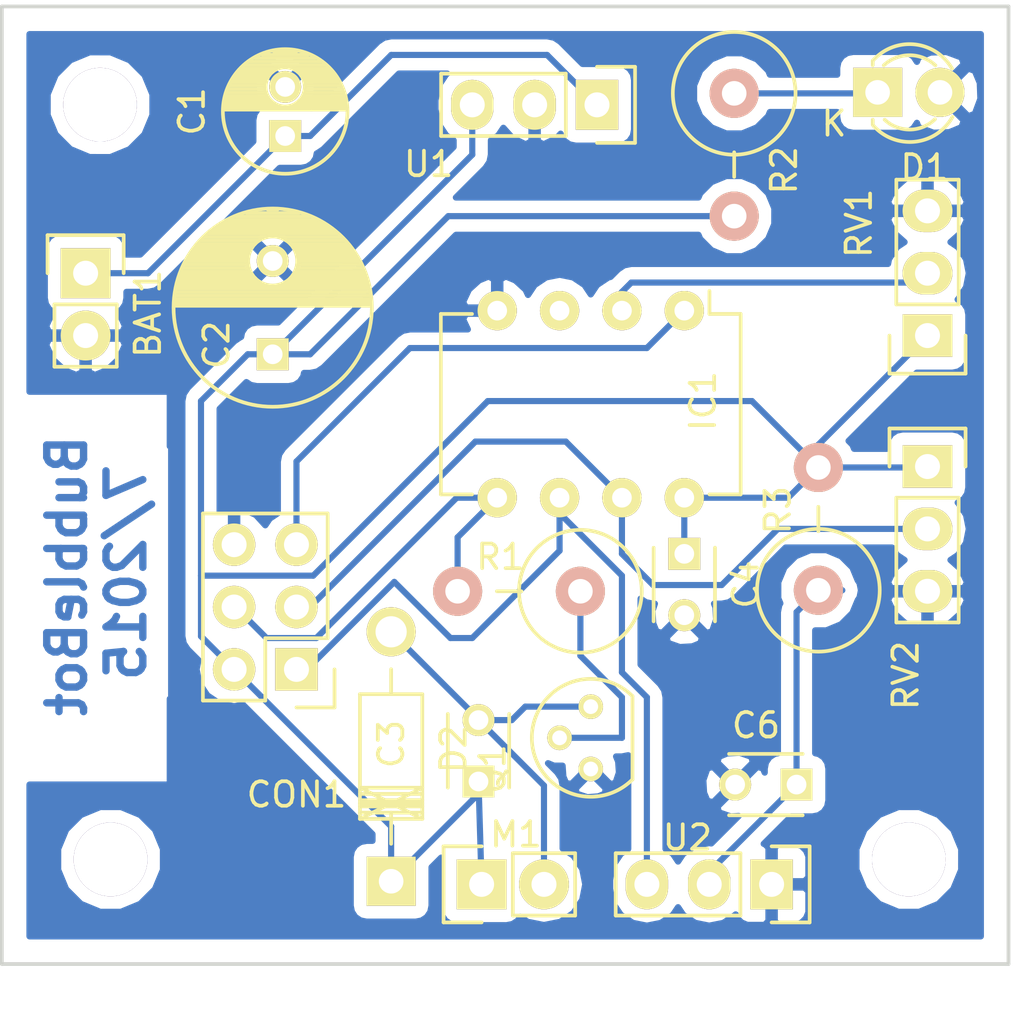
<source format=kicad_pcb>
(kicad_pcb (version 4) (host pcbnew no-vcs-found-product)

  (general
    (links 40)
    (no_connects 0)
    (area 117.924999 42.8745 160.434143 85.303)
    (thickness 1.6)
    (drawings 10)
    (tracks 89)
    (zones 0)
    (modules 22)
    (nets 14)
  )

  (page A4)
  (layers
    (0 F.Cu signal)
    (31 B.Cu signal)
    (33 F.Adhes user)
    (35 F.Paste user)
    (36 B.SilkS user)
    (37 F.SilkS user)
    (38 B.Mask user)
    (39 F.Mask user)
    (40 Dwgs.User user)
    (41 Cmts.User user)
    (42 Eco1.User user)
    (43 Eco2.User user)
    (44 Edge.Cuts user)
    (45 Margin user)
    (47 F.CrtYd user)
    (49 F.Fab user)
  )

  (setup
    (last_trace_width 0.25)
    (trace_clearance 0.2)
    (zone_clearance 0.508)
    (zone_45_only yes)
    (trace_min 0.2)
    (segment_width 0.2)
    (edge_width 0.15)
    (via_size 0.6)
    (via_drill 0.4)
    (via_min_size 0.4)
    (via_min_drill 0.3)
    (uvia_size 0.3)
    (uvia_drill 0.1)
    (uvias_allowed no)
    (uvia_min_size 0.2)
    (uvia_min_drill 0.1)
    (pcb_text_width 0.3)
    (pcb_text_size 1.5 1.5)
    (mod_edge_width 0.15)
    (mod_text_size 1 1)
    (mod_text_width 0.15)
    (pad_size 1.524 1.524)
    (pad_drill 0.762)
    (pad_to_mask_clearance 0.2)
    (aux_axis_origin 0 0)
    (visible_elements FFFFFF7F)
    (pcbplotparams
      (layerselection 0x010f0_80000001)
      (usegerberextensions false)
      (excludeedgelayer true)
      (linewidth 0.100000)
      (plotframeref false)
      (viasonmask false)
      (mode 1)
      (useauxorigin false)
      (hpglpennumber 1)
      (hpglpenspeed 20)
      (hpglpendiameter 15)
      (hpglpenoverlay 2)
      (psnegative false)
      (psa4output false)
      (plotreference true)
      (plotvalue true)
      (plotinvisibletext false)
      (padsonsilk false)
      (subtractmaskfromsilk false)
      (outputformat 1)
      (mirror false)
      (drillshape 0)
      (scaleselection 1)
      (outputdirectory export/))
  )

  (net 0 "")
  (net 1 "Net-(BAT1-Pad1)")
  (net 2 GND)
  (net 3 /5V)
  (net 4 "Net-(C3-Pad2)")
  (net 5 "Net-(C6-Pad1)")
  (net 6 /PB1)
  (net 7 /ADC1)
  (net 8 /PB0)
  (net 9 /RST)
  (net 10 "Net-(D1-Pad1)")
  (net 11 /ADC2)
  (net 12 "Net-(IC1-Pad3)")
  (net 13 "Net-(Q1-Pad2)")

  (net_class Default "This is the default net class."
    (clearance 0.2)
    (trace_width 0.25)
    (via_dia 0.6)
    (via_drill 0.4)
    (uvia_dia 0.3)
    (uvia_drill 0.1)
    (add_net /5V)
    (add_net /ADC1)
    (add_net /ADC2)
    (add_net /PB0)
    (add_net /PB1)
    (add_net /RST)
    (add_net GND)
    (add_net "Net-(BAT1-Pad1)")
    (add_net "Net-(C3-Pad2)")
    (add_net "Net-(C6-Pad1)")
    (add_net "Net-(D1-Pad1)")
    (add_net "Net-(IC1-Pad3)")
    (add_net "Net-(Q1-Pad2)")
  )

  (module Resistors_ThroughHole:Resistor_Vertical_RM5mm (layer F.Cu) (tedit 55B5F07B) (tstamp 55B53011)
    (at 139.065 67.818 180)
    (descr "Resistor, Vertical, RM 5mm, 1/3W,")
    (tags "Resistor, Vertical, RM 5mm, 1/3W,")
    (path /55A95101)
    (fp_text reference R1 (at 0.762 1.397 180) (layer F.SilkS)
      (effects (font (size 1 1) (thickness 0.15)))
    )
    (fp_text value 180 (at 0 4.50088 180) (layer F.Fab)
      (effects (font (size 1 1) (thickness 0.15)))
    )
    (fp_line (start -0.09906 0) (end 0.9017 0) (layer F.SilkS) (width 0.15))
    (fp_circle (center -2.49936 0) (end 0 0) (layer F.SilkS) (width 0.15))
    (pad 1 thru_hole circle (at -2.49936 0 180) (size 1.99898 1.99898) (drill 1.00076) (layers *.Cu *.SilkS *.Mask)
      (net 13 "Net-(Q1-Pad2)"))
    (pad 2 thru_hole circle (at 2.5019 0 180) (size 1.99898 1.99898) (drill 1.00076) (layers *.Cu *.SilkS *.Mask)
      (net 8 /PB0))
  )

  (module Mounting_Holes:MountingHole_3mm (layer F.Cu) (tedit 55B15AB9) (tstamp 55B1696E)
    (at 122.428 78.74)
    (descr "Mounting hole, Befestigungsbohrung, 3mm, No Annular, Kein Restring,")
    (tags "Mounting hole, Befestigungsbohrung, 3mm, No Annular, Kein Restring,")
    (fp_text reference "" (at 0 -4.0005) (layer F.SilkS)
      (effects (font (size 1 1) (thickness 0.15)))
    )
    (fp_text value "" (at 1.00076 5.00126) (layer F.Fab) hide
      (effects (font (size 1 1) (thickness 0.15)))
    )
    (fp_circle (center 0 0) (end 3 0) (layer Cmts.User) (width 0.381))
    (pad 1 thru_hole circle (at 0 0) (size 3 3) (drill 3) (layers))
  )

  (module Mounting_Holes:MountingHole_3mm (layer F.Cu) (tedit 55B15AB9) (tstamp 55B161A5)
    (at 154.94 78.74)
    (descr "Mounting hole, Befestigungsbohrung, 3mm, No Annular, Kein Restring,")
    (tags "Mounting hole, Befestigungsbohrung, 3mm, No Annular, Kein Restring,")
    (fp_text reference "" (at 0 -4.0005) (layer F.SilkS)
      (effects (font (size 1 1) (thickness 0.15)))
    )
    (fp_text value "" (at 1.00076 5.00126) (layer F.Fab) hide
      (effects (font (size 1 1) (thickness 0.15)))
    )
    (fp_circle (center 0 0) (end 3 0) (layer Cmts.User) (width 0.381))
    (pad 1 thru_hole circle (at 0 0) (size 3 3) (drill 3) (layers))
  )

  (module Mounting_Holes:MountingHole_3mm (layer F.Cu) (tedit 55B15AB9) (tstamp 55B159BE)
    (at 122 48)
    (descr "Mounting hole, Befestigungsbohrung, 3mm, No Annular, Kein Restring,")
    (tags "Mounting hole, Befestigungsbohrung, 3mm, No Annular, Kein Restring,")
    (fp_text reference "" (at 0 -4.0005) (layer F.SilkS)
      (effects (font (size 1 1) (thickness 0.15)))
    )
    (fp_text value "" (at 1.00076 5.00126) (layer F.Fab) hide
      (effects (font (size 1 1) (thickness 0.15)))
    )
    (fp_circle (center 0 0) (end 3 0) (layer Cmts.User) (width 0.381))
    (pad 1 thru_hole circle (at 0 0) (size 3 3) (drill 3) (layers))
  )

  (module Socket_Strips:Socket_Strip_Straight_1x02 (layer F.Cu) (tedit 55B5F09F) (tstamp 55B52F17)
    (at 121.412 54.864 270)
    (descr "Through hole socket strip")
    (tags "socket strip")
    (path /55AFFDAE)
    (fp_text reference BAT1 (at 1.651 -2.54 270) (layer F.SilkS)
      (effects (font (size 1 1) (thickness 0.15)))
    )
    (fp_text value BAT (at 0 -3.1 270) (layer F.Fab)
      (effects (font (size 1 1) (thickness 0.15)))
    )
    (fp_line (start -1.55 1.55) (end 0 1.55) (layer F.SilkS) (width 0.15))
    (fp_line (start 3.81 1.27) (end 1.27 1.27) (layer F.SilkS) (width 0.15))
    (fp_line (start -1.75 -1.75) (end -1.75 1.75) (layer F.CrtYd) (width 0.05))
    (fp_line (start 4.3 -1.75) (end 4.3 1.75) (layer F.CrtYd) (width 0.05))
    (fp_line (start -1.75 -1.75) (end 4.3 -1.75) (layer F.CrtYd) (width 0.05))
    (fp_line (start -1.75 1.75) (end 4.3 1.75) (layer F.CrtYd) (width 0.05))
    (fp_line (start 1.27 1.27) (end 1.27 -1.27) (layer F.SilkS) (width 0.15))
    (fp_line (start 0 -1.55) (end -1.55 -1.55) (layer F.SilkS) (width 0.15))
    (fp_line (start -1.55 -1.55) (end -1.55 1.55) (layer F.SilkS) (width 0.15))
    (fp_line (start 1.27 -1.27) (end 3.81 -1.27) (layer F.SilkS) (width 0.15))
    (fp_line (start 3.81 -1.27) (end 3.81 1.27) (layer F.SilkS) (width 0.15))
    (pad 1 thru_hole rect (at 0 0 270) (size 2.032 2.032) (drill 1.016) (layers *.Cu *.Mask F.SilkS)
      (net 1 "Net-(BAT1-Pad1)"))
    (pad 2 thru_hole oval (at 2.54 0 270) (size 2.032 2.032) (drill 1.016) (layers *.Cu *.Mask F.SilkS)
      (net 2 GND))
    (model Socket_Strips.3dshapes/Socket_Strip_Straight_1x02.wrl
      (at (xyz 0.05 0 0))
      (scale (xyz 1 1 1))
      (rotate (xyz 0 0 180))
    )
  )

  (module Capacitors_ThroughHole:C_Radial_D5_L11_P2 (layer F.Cu) (tedit 0) (tstamp 55B52F3E)
    (at 129.54 49.276 90)
    (descr "Radial Electrolytic Capacitor 5mm x Length 11mm, Pitch 2mm")
    (tags "Electrolytic Capacitor")
    (path /55AFFC1C)
    (fp_text reference C1 (at 1 -3.8 90) (layer F.SilkS)
      (effects (font (size 1 1) (thickness 0.15)))
    )
    (fp_text value 100uF (at 1 3.8 90) (layer F.Fab)
      (effects (font (size 1 1) (thickness 0.15)))
    )
    (fp_line (start 1.075 -2.499) (end 1.075 2.499) (layer F.SilkS) (width 0.15))
    (fp_line (start 1.215 -2.491) (end 1.215 -0.154) (layer F.SilkS) (width 0.15))
    (fp_line (start 1.215 0.154) (end 1.215 2.491) (layer F.SilkS) (width 0.15))
    (fp_line (start 1.355 -2.475) (end 1.355 -0.473) (layer F.SilkS) (width 0.15))
    (fp_line (start 1.355 0.473) (end 1.355 2.475) (layer F.SilkS) (width 0.15))
    (fp_line (start 1.495 -2.451) (end 1.495 -0.62) (layer F.SilkS) (width 0.15))
    (fp_line (start 1.495 0.62) (end 1.495 2.451) (layer F.SilkS) (width 0.15))
    (fp_line (start 1.635 -2.418) (end 1.635 -0.712) (layer F.SilkS) (width 0.15))
    (fp_line (start 1.635 0.712) (end 1.635 2.418) (layer F.SilkS) (width 0.15))
    (fp_line (start 1.775 -2.377) (end 1.775 -0.768) (layer F.SilkS) (width 0.15))
    (fp_line (start 1.775 0.768) (end 1.775 2.377) (layer F.SilkS) (width 0.15))
    (fp_line (start 1.915 -2.327) (end 1.915 -0.795) (layer F.SilkS) (width 0.15))
    (fp_line (start 1.915 0.795) (end 1.915 2.327) (layer F.SilkS) (width 0.15))
    (fp_line (start 2.055 -2.266) (end 2.055 -0.798) (layer F.SilkS) (width 0.15))
    (fp_line (start 2.055 0.798) (end 2.055 2.266) (layer F.SilkS) (width 0.15))
    (fp_line (start 2.195 -2.196) (end 2.195 -0.776) (layer F.SilkS) (width 0.15))
    (fp_line (start 2.195 0.776) (end 2.195 2.196) (layer F.SilkS) (width 0.15))
    (fp_line (start 2.335 -2.114) (end 2.335 -0.726) (layer F.SilkS) (width 0.15))
    (fp_line (start 2.335 0.726) (end 2.335 2.114) (layer F.SilkS) (width 0.15))
    (fp_line (start 2.475 -2.019) (end 2.475 -0.644) (layer F.SilkS) (width 0.15))
    (fp_line (start 2.475 0.644) (end 2.475 2.019) (layer F.SilkS) (width 0.15))
    (fp_line (start 2.615 -1.908) (end 2.615 -0.512) (layer F.SilkS) (width 0.15))
    (fp_line (start 2.615 0.512) (end 2.615 1.908) (layer F.SilkS) (width 0.15))
    (fp_line (start 2.755 -1.78) (end 2.755 -0.265) (layer F.SilkS) (width 0.15))
    (fp_line (start 2.755 0.265) (end 2.755 1.78) (layer F.SilkS) (width 0.15))
    (fp_line (start 2.895 -1.631) (end 2.895 1.631) (layer F.SilkS) (width 0.15))
    (fp_line (start 3.035 -1.452) (end 3.035 1.452) (layer F.SilkS) (width 0.15))
    (fp_line (start 3.175 -1.233) (end 3.175 1.233) (layer F.SilkS) (width 0.15))
    (fp_line (start 3.315 -0.944) (end 3.315 0.944) (layer F.SilkS) (width 0.15))
    (fp_line (start 3.455 -0.472) (end 3.455 0.472) (layer F.SilkS) (width 0.15))
    (fp_circle (center 2 0) (end 2 -0.8) (layer F.SilkS) (width 0.15))
    (fp_circle (center 1 0) (end 1 -2.5375) (layer F.SilkS) (width 0.15))
    (fp_circle (center 1 0) (end 1 -2.8) (layer F.CrtYd) (width 0.05))
    (pad 1 thru_hole rect (at 0 0 90) (size 1.3 1.3) (drill 0.8) (layers *.Cu *.Mask F.SilkS)
      (net 1 "Net-(BAT1-Pad1)"))
    (pad 2 thru_hole circle (at 2 0 90) (size 1.3 1.3) (drill 0.8) (layers *.Cu *.Mask F.SilkS)
      (net 2 GND))
    (model Capacitors_ThroughHole.3dshapes/C_Radial_D5_L11_P2.wrl
      (at (xyz 0 0 0))
      (scale (xyz 1 1 1))
      (rotate (xyz 0 0 0))
    )
  )

  (module Capacitors_ThroughHole:C_Radial_D8_L13_P3.8 (layer F.Cu) (tedit 55B5F09B) (tstamp 55B52F73)
    (at 129.032 58.166 90)
    (descr "Radial Electrolytic Capacitor Diameter 8mm x Length 13mm, Pitch 3.8mm")
    (tags "Electrolytic Capacitor")
    (path /55AFFCC8)
    (fp_text reference C2 (at 0.381 -2.286 90) (layer F.SilkS)
      (effects (font (size 1 1) (thickness 0.15)))
    )
    (fp_text value 470uF (at 1.9 5.3 90) (layer F.Fab)
      (effects (font (size 1 1) (thickness 0.15)))
    )
    (fp_line (start 1.975 -3.999) (end 1.975 3.999) (layer F.SilkS) (width 0.15))
    (fp_line (start 2.115 -3.994) (end 2.115 3.994) (layer F.SilkS) (width 0.15))
    (fp_line (start 2.255 -3.984) (end 2.255 3.984) (layer F.SilkS) (width 0.15))
    (fp_line (start 2.395 -3.969) (end 2.395 3.969) (layer F.SilkS) (width 0.15))
    (fp_line (start 2.535 -3.949) (end 2.535 3.949) (layer F.SilkS) (width 0.15))
    (fp_line (start 2.675 -3.924) (end 2.675 3.924) (layer F.SilkS) (width 0.15))
    (fp_line (start 2.815 -3.894) (end 2.815 -0.173) (layer F.SilkS) (width 0.15))
    (fp_line (start 2.815 0.173) (end 2.815 3.894) (layer F.SilkS) (width 0.15))
    (fp_line (start 2.955 -3.858) (end 2.955 -0.535) (layer F.SilkS) (width 0.15))
    (fp_line (start 2.955 0.535) (end 2.955 3.858) (layer F.SilkS) (width 0.15))
    (fp_line (start 3.095 -3.817) (end 3.095 -0.709) (layer F.SilkS) (width 0.15))
    (fp_line (start 3.095 0.709) (end 3.095 3.817) (layer F.SilkS) (width 0.15))
    (fp_line (start 3.235 -3.771) (end 3.235 -0.825) (layer F.SilkS) (width 0.15))
    (fp_line (start 3.235 0.825) (end 3.235 3.771) (layer F.SilkS) (width 0.15))
    (fp_line (start 3.375 -3.718) (end 3.375 -0.905) (layer F.SilkS) (width 0.15))
    (fp_line (start 3.375 0.905) (end 3.375 3.718) (layer F.SilkS) (width 0.15))
    (fp_line (start 3.515 -3.659) (end 3.515 -0.959) (layer F.SilkS) (width 0.15))
    (fp_line (start 3.515 0.959) (end 3.515 3.659) (layer F.SilkS) (width 0.15))
    (fp_line (start 3.655 -3.594) (end 3.655 -0.989) (layer F.SilkS) (width 0.15))
    (fp_line (start 3.655 0.989) (end 3.655 3.594) (layer F.SilkS) (width 0.15))
    (fp_line (start 3.795 -3.523) (end 3.795 -1) (layer F.SilkS) (width 0.15))
    (fp_line (start 3.795 1) (end 3.795 3.523) (layer F.SilkS) (width 0.15))
    (fp_line (start 3.935 -3.444) (end 3.935 -0.991) (layer F.SilkS) (width 0.15))
    (fp_line (start 3.935 0.991) (end 3.935 3.444) (layer F.SilkS) (width 0.15))
    (fp_line (start 4.075 -3.357) (end 4.075 -0.961) (layer F.SilkS) (width 0.15))
    (fp_line (start 4.075 0.961) (end 4.075 3.357) (layer F.SilkS) (width 0.15))
    (fp_line (start 4.215 -3.262) (end 4.215 -0.91) (layer F.SilkS) (width 0.15))
    (fp_line (start 4.215 0.91) (end 4.215 3.262) (layer F.SilkS) (width 0.15))
    (fp_line (start 4.355 -3.158) (end 4.355 -0.832) (layer F.SilkS) (width 0.15))
    (fp_line (start 4.355 0.832) (end 4.355 3.158) (layer F.SilkS) (width 0.15))
    (fp_line (start 4.495 -3.044) (end 4.495 -0.719) (layer F.SilkS) (width 0.15))
    (fp_line (start 4.495 0.719) (end 4.495 3.044) (layer F.SilkS) (width 0.15))
    (fp_line (start 4.635 -2.919) (end 4.635 -0.55) (layer F.SilkS) (width 0.15))
    (fp_line (start 4.635 0.55) (end 4.635 2.919) (layer F.SilkS) (width 0.15))
    (fp_line (start 4.775 -2.781) (end 4.775 -0.222) (layer F.SilkS) (width 0.15))
    (fp_line (start 4.775 0.222) (end 4.775 2.781) (layer F.SilkS) (width 0.15))
    (fp_line (start 4.915 -2.629) (end 4.915 2.629) (layer F.SilkS) (width 0.15))
    (fp_line (start 5.055 -2.459) (end 5.055 2.459) (layer F.SilkS) (width 0.15))
    (fp_line (start 5.195 -2.268) (end 5.195 2.268) (layer F.SilkS) (width 0.15))
    (fp_line (start 5.335 -2.05) (end 5.335 2.05) (layer F.SilkS) (width 0.15))
    (fp_line (start 5.475 -1.794) (end 5.475 1.794) (layer F.SilkS) (width 0.15))
    (fp_line (start 5.615 -1.483) (end 5.615 1.483) (layer F.SilkS) (width 0.15))
    (fp_line (start 5.755 -1.067) (end 5.755 1.067) (layer F.SilkS) (width 0.15))
    (fp_line (start 5.895 -0.2) (end 5.895 0.2) (layer F.SilkS) (width 0.15))
    (fp_circle (center 3.8 0) (end 3.8 -1) (layer F.SilkS) (width 0.15))
    (fp_circle (center 1.9 0) (end 1.9 -4.0375) (layer F.SilkS) (width 0.15))
    (fp_circle (center 1.9 0) (end 1.9 -4.3) (layer F.CrtYd) (width 0.05))
    (pad 1 thru_hole rect (at 0 0 90) (size 1.3 1.3) (drill 0.8) (layers *.Cu *.Mask F.SilkS)
      (net 3 /5V))
    (pad 2 thru_hole circle (at 3.8 0 90) (size 1.3 1.3) (drill 0.8) (layers *.Cu *.Mask F.SilkS)
      (net 2 GND))
    (model Capacitors_ThroughHole.3dshapes/C_Radial_D8_L13_P3.8.wrl
      (at (xyz 0.0748031 0 0))
      (scale (xyz 1 1 1))
      (rotate (xyz 0 0 90))
    )
  )

  (module Capacitors_ThroughHole:C_Disc_D3_P2.5 (layer F.Cu) (tedit 55B5655A) (tstamp 55B52F7F)
    (at 137.414 75.565 90)
    (descr "Capacitor 3mm Disc, Pitch 2.5mm")
    (tags Capacitor)
    (path /55A950D8)
    (fp_text reference C3 (at 1.524 -3.556 90) (layer F.SilkS)
      (effects (font (size 1 1) (thickness 0.15)))
    )
    (fp_text value 100nF (at 0.889 -1.524 90) (layer F.Fab)
      (effects (font (size 1 1) (thickness 0.15)))
    )
    (fp_line (start -0.9 -1.5) (end 3.4 -1.5) (layer F.CrtYd) (width 0.05))
    (fp_line (start 3.4 -1.5) (end 3.4 1.5) (layer F.CrtYd) (width 0.05))
    (fp_line (start 3.4 1.5) (end -0.9 1.5) (layer F.CrtYd) (width 0.05))
    (fp_line (start -0.9 1.5) (end -0.9 -1.5) (layer F.CrtYd) (width 0.05))
    (fp_line (start -0.25 -1.25) (end 2.75 -1.25) (layer F.SilkS) (width 0.15))
    (fp_line (start 2.75 1.25) (end -0.25 1.25) (layer F.SilkS) (width 0.15))
    (pad 1 thru_hole rect (at 0 0 90) (size 1.3 1.3) (drill 0.8) (layers *.Cu *.Mask F.SilkS)
      (net 3 /5V))
    (pad 2 thru_hole circle (at 2.5 0 90) (size 1.3 1.3) (drill 0.8001) (layers *.Cu *.Mask F.SilkS)
      (net 4 "Net-(C3-Pad2)"))
    (model Capacitors_ThroughHole.3dshapes/C_Disc_D3_P2.5.wrl
      (at (xyz 0.0492126 0 0))
      (scale (xyz 1 1 1))
      (rotate (xyz 0 0 0))
    )
  )

  (module Capacitors_ThroughHole:C_Disc_D3_P2.5 (layer F.Cu) (tedit 0) (tstamp 55B52F8B)
    (at 145.796 66.294 270)
    (descr "Capacitor 3mm Disc, Pitch 2.5mm")
    (tags Capacitor)
    (path /55A8CF92)
    (fp_text reference C4 (at 1.25 -2.5 270) (layer F.SilkS)
      (effects (font (size 1 1) (thickness 0.15)))
    )
    (fp_text value 100nF (at 1.25 2.5 270) (layer F.Fab)
      (effects (font (size 1 1) (thickness 0.15)))
    )
    (fp_line (start -0.9 -1.5) (end 3.4 -1.5) (layer F.CrtYd) (width 0.05))
    (fp_line (start 3.4 -1.5) (end 3.4 1.5) (layer F.CrtYd) (width 0.05))
    (fp_line (start 3.4 1.5) (end -0.9 1.5) (layer F.CrtYd) (width 0.05))
    (fp_line (start -0.9 1.5) (end -0.9 -1.5) (layer F.CrtYd) (width 0.05))
    (fp_line (start -0.25 -1.25) (end 2.75 -1.25) (layer F.SilkS) (width 0.15))
    (fp_line (start 2.75 1.25) (end -0.25 1.25) (layer F.SilkS) (width 0.15))
    (pad 1 thru_hole rect (at 0 0 270) (size 1.3 1.3) (drill 0.8) (layers *.Cu *.Mask F.SilkS)
      (net 3 /5V))
    (pad 2 thru_hole circle (at 2.5 0 270) (size 1.3 1.3) (drill 0.8001) (layers *.Cu *.Mask F.SilkS)
      (net 2 GND))
    (model Capacitors_ThroughHole.3dshapes/C_Disc_D3_P2.5.wrl
      (at (xyz 0.0492126 0 0))
      (scale (xyz 1 1 1))
      (rotate (xyz 0 0 0))
    )
  )

  (module Capacitors_ThroughHole:C_Disc_D3_P2.5 (layer F.Cu) (tedit 55B5F063) (tstamp 55B52F97)
    (at 150.368 75.692 180)
    (descr "Capacitor 3mm Disc, Pitch 2.5mm")
    (tags Capacitor)
    (path /55AD3D0C)
    (fp_text reference C6 (at 1.651 2.413 180) (layer F.SilkS)
      (effects (font (size 1 1) (thickness 0.15)))
    )
    (fp_text value 100nF (at 1.25 2.5 180) (layer F.Fab)
      (effects (font (size 1 1) (thickness 0.15)))
    )
    (fp_line (start -0.9 -1.5) (end 3.4 -1.5) (layer F.CrtYd) (width 0.05))
    (fp_line (start 3.4 -1.5) (end 3.4 1.5) (layer F.CrtYd) (width 0.05))
    (fp_line (start 3.4 1.5) (end -0.9 1.5) (layer F.CrtYd) (width 0.05))
    (fp_line (start -0.9 1.5) (end -0.9 -1.5) (layer F.CrtYd) (width 0.05))
    (fp_line (start -0.25 -1.25) (end 2.75 -1.25) (layer F.SilkS) (width 0.15))
    (fp_line (start 2.75 1.25) (end -0.25 1.25) (layer F.SilkS) (width 0.15))
    (pad 1 thru_hole rect (at 0 0 180) (size 1.3 1.3) (drill 0.8) (layers *.Cu *.Mask F.SilkS)
      (net 5 "Net-(C6-Pad1)"))
    (pad 2 thru_hole circle (at 2.5 0 180) (size 1.3 1.3) (drill 0.8001) (layers *.Cu *.Mask F.SilkS)
      (net 2 GND))
    (model Capacitors_ThroughHole.3dshapes/C_Disc_D3_P2.5.wrl
      (at (xyz 0.0492126 0 0))
      (scale (xyz 1 1 1))
      (rotate (xyz 0 0 0))
    )
  )

  (module Pin_Headers:Pin_Header_Straight_2x03 (layer F.Cu) (tedit 55B5576C) (tstamp 55B52FAE)
    (at 130 71 180)
    (descr "Through hole pin header")
    (tags "pin header")
    (path /55B13C7A)
    (fp_text reference CON1 (at 0 -5.1 180) (layer F.SilkS)
      (effects (font (size 1 1) (thickness 0.15)))
    )
    (fp_text value AVR-ISP-6 (at 2.619 -2.914 180) (layer F.Fab)
      (effects (font (size 1 1) (thickness 0.15)))
    )
    (fp_line (start -1.27 1.27) (end -1.27 6.35) (layer F.SilkS) (width 0.15))
    (fp_line (start -1.55 -1.55) (end 0 -1.55) (layer F.SilkS) (width 0.15))
    (fp_line (start -1.75 -1.75) (end -1.75 6.85) (layer F.CrtYd) (width 0.05))
    (fp_line (start 4.3 -1.75) (end 4.3 6.85) (layer F.CrtYd) (width 0.05))
    (fp_line (start -1.75 -1.75) (end 4.3 -1.75) (layer F.CrtYd) (width 0.05))
    (fp_line (start -1.75 6.85) (end 4.3 6.85) (layer F.CrtYd) (width 0.05))
    (fp_line (start 1.27 -1.27) (end 1.27 1.27) (layer F.SilkS) (width 0.15))
    (fp_line (start 1.27 1.27) (end -1.27 1.27) (layer F.SilkS) (width 0.15))
    (fp_line (start -1.27 6.35) (end 3.81 6.35) (layer F.SilkS) (width 0.15))
    (fp_line (start 3.81 6.35) (end 3.81 1.27) (layer F.SilkS) (width 0.15))
    (fp_line (start -1.55 -1.55) (end -1.55 0) (layer F.SilkS) (width 0.15))
    (fp_line (start 3.81 -1.27) (end 1.27 -1.27) (layer F.SilkS) (width 0.15))
    (fp_line (start 3.81 1.27) (end 3.81 -1.27) (layer F.SilkS) (width 0.15))
    (pad 1 thru_hole rect (at 0 0 180) (size 1.7272 1.7272) (drill 1.016) (layers *.Cu *.Mask F.SilkS)
      (net 6 /PB1))
    (pad 2 thru_hole oval (at 2.54 0 180) (size 1.7272 1.7272) (drill 1.016) (layers *.Cu *.Mask F.SilkS)
      (net 3 /5V))
    (pad 3 thru_hole oval (at 0 2.54 180) (size 1.7272 1.7272) (drill 1.016) (layers *.Cu *.Mask F.SilkS)
      (net 7 /ADC1))
    (pad 4 thru_hole oval (at 2.54 2.54 180) (size 1.7272 1.7272) (drill 1.016) (layers *.Cu *.Mask F.SilkS)
      (net 8 /PB0))
    (pad 5 thru_hole oval (at 0 5.08 180) (size 1.7272 1.7272) (drill 1.016) (layers *.Cu *.Mask F.SilkS)
      (net 9 /RST))
    (pad 6 thru_hole oval (at 2.54 5.08 180) (size 1.7272 1.7272) (drill 1.016) (layers *.Cu *.Mask F.SilkS)
      (net 2 GND))
    (model Pin_Headers.3dshapes/Pin_Header_Straight_2x03.wrl
      (at (xyz 0.05 -0.1 0))
      (scale (xyz 1 1 1))
      (rotate (xyz 0 0 90))
    )
  )

  (module LEDs:LED-3MM (layer F.Cu) (tedit 55B5F08B) (tstamp 55B52FBF)
    (at 153.67 47.498)
    (descr "LED 3mm round vertical")
    (tags "LED  3mm round vertical")
    (path /55A8D17B)
    (fp_text reference D1 (at 1.91 3.06) (layer F.SilkS)
      (effects (font (size 1 1) (thickness 0.15)))
    )
    (fp_text value LED (at 1.3 -2.9) (layer F.Fab)
      (effects (font (size 1 1) (thickness 0.15)))
    )
    (fp_line (start -1.2 2.3) (end 3.8 2.3) (layer F.CrtYd) (width 0.05))
    (fp_line (start 3.8 2.3) (end 3.8 -2.2) (layer F.CrtYd) (width 0.05))
    (fp_line (start 3.8 -2.2) (end -1.2 -2.2) (layer F.CrtYd) (width 0.05))
    (fp_line (start -1.2 -2.2) (end -1.2 2.3) (layer F.CrtYd) (width 0.05))
    (fp_line (start -0.199 1.314) (end -0.199 1.114) (layer F.SilkS) (width 0.15))
    (fp_line (start -0.199 -1.28) (end -0.199 -1.1) (layer F.SilkS) (width 0.15))
    (fp_arc (start 1.301 0.034) (end -0.199 -1.286) (angle 108.5) (layer F.SilkS) (width 0.15))
    (fp_arc (start 1.301 0.034) (end 0.25 -1.1) (angle 85.7) (layer F.SilkS) (width 0.15))
    (fp_arc (start 1.311 0.034) (end 3.051 0.994) (angle 110) (layer F.SilkS) (width 0.15))
    (fp_arc (start 1.301 0.034) (end 2.335 1.094) (angle 87.5) (layer F.SilkS) (width 0.15))
    (fp_text user K (at -1.778 1.27) (layer F.SilkS)
      (effects (font (size 1 1) (thickness 0.15)))
    )
    (pad 1 thru_hole rect (at 0 0 90) (size 2 2) (drill 1.00076) (layers *.Cu *.Mask F.SilkS)
      (net 10 "Net-(D1-Pad1)"))
    (pad 2 thru_hole circle (at 2.54 0) (size 2 2) (drill 1.00076) (layers *.Cu *.Mask F.SilkS)
      (net 2 GND))
    (model LEDs.3dshapes/LED-3MM.wrl
      (at (xyz 0.05 0 0))
      (scale (xyz 1 1 1))
      (rotate (xyz 0 0 90))
    )
  )

  (module Diodes_ThroughHole:Diode_DO-41_SOD81_Horizontal_RM10 (layer F.Cu) (tedit 55B5576F) (tstamp 55B52FD3)
    (at 133.858 79.629 90)
    (descr "Diode, DO-41, SOD81, Horizontal, RM 10mm,")
    (tags "Diode, DO-41, SOD81, Horizontal, RM 10mm, 1N4007, SB140,")
    (path /55B00A2F)
    (fp_text reference D2 (at 5.38734 2.53746 90) (layer F.SilkS)
      (effects (font (size 1 1) (thickness 0.15)))
    )
    (fp_text value D_Schottky (at 2.286 -2.54 90) (layer F.Fab)
      (effects (font (size 1 1) (thickness 0.15)))
    )
    (fp_line (start 7.62 -0.00254) (end 8.636 -0.00254) (layer F.SilkS) (width 0.15))
    (fp_line (start 2.794 -0.00254) (end 1.524 -0.00254) (layer F.SilkS) (width 0.15))
    (fp_line (start 3.048 -1.27254) (end 3.048 1.26746) (layer F.SilkS) (width 0.15))
    (fp_line (start 3.302 -1.27254) (end 3.302 1.26746) (layer F.SilkS) (width 0.15))
    (fp_line (start 3.556 -1.27254) (end 3.556 1.26746) (layer F.SilkS) (width 0.15))
    (fp_line (start 2.794 -1.27254) (end 2.794 1.26746) (layer F.SilkS) (width 0.15))
    (fp_line (start 3.81 -1.27254) (end 2.54 1.26746) (layer F.SilkS) (width 0.15))
    (fp_line (start 2.54 -1.27254) (end 3.81 1.26746) (layer F.SilkS) (width 0.15))
    (fp_line (start 3.81 -1.27254) (end 3.81 1.26746) (layer F.SilkS) (width 0.15))
    (fp_line (start 3.175 -1.27254) (end 3.175 1.26746) (layer F.SilkS) (width 0.15))
    (fp_line (start 2.54 1.26746) (end 2.54 -1.27254) (layer F.SilkS) (width 0.15))
    (fp_line (start 2.54 -1.27254) (end 7.62 -1.27254) (layer F.SilkS) (width 0.15))
    (fp_line (start 7.62 -1.27254) (end 7.62 1.26746) (layer F.SilkS) (width 0.15))
    (fp_line (start 7.62 1.26746) (end 2.54 1.26746) (layer F.SilkS) (width 0.15))
    (pad 2 thru_hole circle (at 10.16 -0.00254 270) (size 1.99898 1.99898) (drill 1.27) (layers *.Cu *.Mask F.SilkS)
      (net 4 "Net-(C3-Pad2)"))
    (pad 1 thru_hole rect (at 0 -0.00254 270) (size 1.99898 1.99898) (drill 1.00076) (layers *.Cu *.Mask F.SilkS)
      (net 3 /5V))
  )

  (module Housings_DIP:DIP-8_W7.62mm (layer F.Cu) (tedit 55B5F07F) (tstamp 55B52FEA)
    (at 145.796 56.388 270)
    (descr "8-lead dip package, row spacing 7.62 mm (300 mils)")
    (tags "dil dip 2.54 300")
    (path /55A8CDC7)
    (fp_text reference IC1 (at 3.683 -0.762 270) (layer F.SilkS)
      (effects (font (size 1 1) (thickness 0.15)))
    )
    (fp_text value ATTINY85-P (at 0 -3.72 270) (layer F.Fab)
      (effects (font (size 1 1) (thickness 0.15)))
    )
    (fp_line (start -1.05 -2.45) (end -1.05 10.1) (layer F.CrtYd) (width 0.05))
    (fp_line (start 8.65 -2.45) (end 8.65 10.1) (layer F.CrtYd) (width 0.05))
    (fp_line (start -1.05 -2.45) (end 8.65 -2.45) (layer F.CrtYd) (width 0.05))
    (fp_line (start -1.05 10.1) (end 8.65 10.1) (layer F.CrtYd) (width 0.05))
    (fp_line (start 0.135 -2.295) (end 0.135 -1.025) (layer F.SilkS) (width 0.15))
    (fp_line (start 7.485 -2.295) (end 7.485 -1.025) (layer F.SilkS) (width 0.15))
    (fp_line (start 7.485 9.915) (end 7.485 8.645) (layer F.SilkS) (width 0.15))
    (fp_line (start 0.135 9.915) (end 0.135 8.645) (layer F.SilkS) (width 0.15))
    (fp_line (start 0.135 -2.295) (end 7.485 -2.295) (layer F.SilkS) (width 0.15))
    (fp_line (start 0.135 9.915) (end 7.485 9.915) (layer F.SilkS) (width 0.15))
    (fp_line (start 0.135 -1.025) (end -0.8 -1.025) (layer F.SilkS) (width 0.15))
    (pad 1 thru_hole oval (at 0 0 270) (size 1.6 1.6) (drill 0.8) (layers *.Cu *.Mask F.SilkS)
      (net 9 /RST))
    (pad 2 thru_hole oval (at 0 2.54 270) (size 1.6 1.6) (drill 0.8) (layers *.Cu *.Mask F.SilkS)
      (net 11 /ADC2))
    (pad 3 thru_hole oval (at 0 5.08 270) (size 1.6 1.6) (drill 0.8) (layers *.Cu *.Mask F.SilkS)
      (net 12 "Net-(IC1-Pad3)"))
    (pad 4 thru_hole oval (at 0 7.62 270) (size 1.6 1.6) (drill 0.8) (layers *.Cu *.Mask F.SilkS)
      (net 2 GND))
    (pad 5 thru_hole oval (at 7.62 7.62 270) (size 1.6 1.6) (drill 0.8) (layers *.Cu *.Mask F.SilkS)
      (net 8 /PB0))
    (pad 6 thru_hole oval (at 7.62 5.08 270) (size 1.6 1.6) (drill 0.8) (layers *.Cu *.Mask F.SilkS)
      (net 6 /PB1))
    (pad 7 thru_hole oval (at 7.62 2.54 270) (size 1.6 1.6) (drill 0.8) (layers *.Cu *.Mask F.SilkS)
      (net 7 /ADC1))
    (pad 8 thru_hole oval (at 7.62 0 270) (size 1.6 1.6) (drill 0.8) (layers *.Cu *.Mask F.SilkS)
      (net 3 /5V))
    (model Housings_DIP.3dshapes/DIP-8_W7.62mm.wrl
      (at (xyz 0 0 0))
      (scale (xyz 1 1 1))
      (rotate (xyz 0 0 0))
    )
  )

  (module Socket_Strips:Socket_Strip_Straight_1x02 (layer F.Cu) (tedit 55B5575B) (tstamp 55B52FFB)
    (at 137.541 79.756)
    (descr "Through hole socket strip")
    (tags "socket strip")
    (path /55AD5991)
    (fp_text reference M1 (at 1.397 -2.032) (layer F.SilkS)
      (effects (font (size 1 1) (thickness 0.15)))
    )
    (fp_text value DC_MOTOR (at 0.508 4.318) (layer F.Fab)
      (effects (font (size 1 1) (thickness 0.15)))
    )
    (fp_line (start -1.55 1.55) (end 0 1.55) (layer F.SilkS) (width 0.15))
    (fp_line (start 3.81 1.27) (end 1.27 1.27) (layer F.SilkS) (width 0.15))
    (fp_line (start -1.75 -1.75) (end -1.75 1.75) (layer F.CrtYd) (width 0.05))
    (fp_line (start 4.3 -1.75) (end 4.3 1.75) (layer F.CrtYd) (width 0.05))
    (fp_line (start -1.75 -1.75) (end 4.3 -1.75) (layer F.CrtYd) (width 0.05))
    (fp_line (start -1.75 1.75) (end 4.3 1.75) (layer F.CrtYd) (width 0.05))
    (fp_line (start 1.27 1.27) (end 1.27 -1.27) (layer F.SilkS) (width 0.15))
    (fp_line (start 0 -1.55) (end -1.55 -1.55) (layer F.SilkS) (width 0.15))
    (fp_line (start -1.55 -1.55) (end -1.55 1.55) (layer F.SilkS) (width 0.15))
    (fp_line (start 1.27 -1.27) (end 3.81 -1.27) (layer F.SilkS) (width 0.15))
    (fp_line (start 3.81 -1.27) (end 3.81 1.27) (layer F.SilkS) (width 0.15))
    (pad 1 thru_hole rect (at 0 0) (size 2.032 2.032) (drill 1.016) (layers *.Cu *.Mask F.SilkS)
      (net 3 /5V))
    (pad 2 thru_hole oval (at 2.54 0) (size 2.032 2.032) (drill 1.016) (layers *.Cu *.Mask F.SilkS)
      (net 4 "Net-(C3-Pad2)"))
    (model Socket_Strips.3dshapes/Socket_Strip_Straight_1x02.wrl
      (at (xyz 0.05 0 0))
      (scale (xyz 1 1 1))
      (rotate (xyz 0 0 180))
    )
  )

  (module Housings_TO-92:TO-92_Molded_Narrow (layer F.Cu) (tedit 55B56565) (tstamp 55B53009)
    (at 141.986 75.057 90)
    (descr "TO-92 leads molded, narrow, drill 0.6mm (see NXP sot054_po.pdf)")
    (tags "to-92 sc-43 sc-43a sot54 PA33 transistor")
    (path /55B0082D)
    (fp_text reference Q1 (at 0 -4 90) (layer F.SilkS)
      (effects (font (size 1 1) (thickness 0.15)))
    )
    (fp_text value PN2222A (at 1.397 3.175 90) (layer F.Fab)
      (effects (font (size 1 1) (thickness 0.15)))
    )
    (fp_line (start -1.4 1.95) (end -1.4 -2.65) (layer F.CrtYd) (width 0.05))
    (fp_line (start -1.4 1.95) (end 3.9 1.95) (layer F.CrtYd) (width 0.05))
    (fp_line (start -0.43 1.7) (end 2.97 1.7) (layer F.SilkS) (width 0.15))
    (fp_arc (start 1.27 0) (end 1.27 -2.4) (angle -135) (layer F.SilkS) (width 0.15))
    (fp_arc (start 1.27 0) (end 1.27 -2.4) (angle 135) (layer F.SilkS) (width 0.15))
    (fp_line (start -1.4 -2.65) (end 3.9 -2.65) (layer F.CrtYd) (width 0.05))
    (fp_line (start 3.9 1.95) (end 3.9 -2.65) (layer F.CrtYd) (width 0.05))
    (pad 2 thru_hole circle (at 1.27 -1.27 180) (size 1.00076 1.00076) (drill 0.6) (layers *.Cu *.Mask F.SilkS)
      (net 13 "Net-(Q1-Pad2)"))
    (pad 3 thru_hole circle (at 2.54 0 180) (size 1.00076 1.00076) (drill 0.6) (layers *.Cu *.Mask F.SilkS)
      (net 4 "Net-(C3-Pad2)"))
    (pad 1 thru_hole circle (at 0 0 180) (size 1.00076 1.00076) (drill 0.6) (layers *.Cu *.Mask F.SilkS)
      (net 2 GND))
    (model Housings_TO-92.3dshapes/TO-92_Molded_Narrow.wrl
      (at (xyz 0.05 0 0))
      (scale (xyz 1 1 1))
      (rotate (xyz 0 0 -90))
    )
  )

  (module Resistors_ThroughHole:Resistor_Vertical_RM5mm (layer F.Cu) (tedit 55B5F053) (tstamp 55B53019)
    (at 147.828 50.038 270)
    (descr "Resistor, Vertical, RM 5mm, 1/3W,")
    (tags "Resistor, Vertical, RM 5mm, 1/3W,")
    (path /55A8D139)
    (fp_text reference R2 (at 0.635 -2.032 270) (layer F.SilkS)
      (effects (font (size 1 1) (thickness 0.15)))
    )
    (fp_text value 1k8 (at 0 4.50088 270) (layer F.Fab)
      (effects (font (size 1 1) (thickness 0.15)))
    )
    (fp_line (start -0.09906 0) (end 0.9017 0) (layer F.SilkS) (width 0.15))
    (fp_circle (center -2.49936 0) (end 0 0) (layer F.SilkS) (width 0.15))
    (pad 1 thru_hole circle (at -2.49936 0 270) (size 1.99898 1.99898) (drill 1.00076) (layers *.Cu *.SilkS *.Mask)
      (net 10 "Net-(D1-Pad1)"))
    (pad 2 thru_hole circle (at 2.5019 0 270) (size 1.99898 1.99898) (drill 1.00076) (layers *.Cu *.SilkS *.Mask)
      (net 3 /5V))
  )

  (module Resistors_ThroughHole:Resistor_Vertical_RM5mm (layer F.Cu) (tedit 55B5F04D) (tstamp 55B53021)
    (at 151.257 65.278 90)
    (descr "Resistor, Vertical, RM 5mm, 1/3W,")
    (tags "Resistor, Vertical, RM 5mm, 1/3W,")
    (path /55AD3CFD)
    (fp_text reference R3 (at 0.762 -1.651 90) (layer F.SilkS)
      (effects (font (size 1 1) (thickness 0.15)))
    )
    (fp_text value 10 (at 0 4.50088 90) (layer F.Fab)
      (effects (font (size 1 1) (thickness 0.15)))
    )
    (fp_line (start -0.09906 0) (end 0.9017 0) (layer F.SilkS) (width 0.15))
    (fp_circle (center -2.49936 0) (end 0 0) (layer F.SilkS) (width 0.15))
    (pad 1 thru_hole circle (at -2.49936 0 90) (size 1.99898 1.99898) (drill 1.00076) (layers *.Cu *.SilkS *.Mask)
      (net 5 "Net-(C6-Pad1)"))
    (pad 2 thru_hole circle (at 2.5019 0 90) (size 1.99898 1.99898) (drill 1.00076) (layers *.Cu *.SilkS *.Mask)
      (net 3 /5V))
  )

  (module Socket_Strips:Socket_Strip_Straight_1x03 (layer F.Cu) (tedit 55B5F084) (tstamp 55B53033)
    (at 155.702 57.404 90)
    (descr "Through hole socket strip")
    (tags "socket strip")
    (path /55A8E1BB)
    (fp_text reference RV1 (at 4.572 -2.794 90) (layer F.SilkS)
      (effects (font (size 1 1) (thickness 0.15)))
    )
    (fp_text value 10k (at 0 -3.1 90) (layer F.Fab)
      (effects (font (size 1 1) (thickness 0.15)))
    )
    (fp_line (start 0 -1.55) (end -1.55 -1.55) (layer F.SilkS) (width 0.15))
    (fp_line (start -1.55 -1.55) (end -1.55 1.55) (layer F.SilkS) (width 0.15))
    (fp_line (start -1.55 1.55) (end 0 1.55) (layer F.SilkS) (width 0.15))
    (fp_line (start -1.75 -1.75) (end -1.75 1.75) (layer F.CrtYd) (width 0.05))
    (fp_line (start 6.85 -1.75) (end 6.85 1.75) (layer F.CrtYd) (width 0.05))
    (fp_line (start -1.75 -1.75) (end 6.85 -1.75) (layer F.CrtYd) (width 0.05))
    (fp_line (start -1.75 1.75) (end 6.85 1.75) (layer F.CrtYd) (width 0.05))
    (fp_line (start 1.27 -1.27) (end 6.35 -1.27) (layer F.SilkS) (width 0.15))
    (fp_line (start 6.35 -1.27) (end 6.35 1.27) (layer F.SilkS) (width 0.15))
    (fp_line (start 6.35 1.27) (end 1.27 1.27) (layer F.SilkS) (width 0.15))
    (fp_line (start 1.27 1.27) (end 1.27 -1.27) (layer F.SilkS) (width 0.15))
    (pad 1 thru_hole rect (at 0 0 90) (size 1.7272 2.032) (drill 1.016) (layers *.Cu *.Mask F.SilkS)
      (net 3 /5V))
    (pad 2 thru_hole oval (at 2.54 0 90) (size 1.7272 2.032) (drill 1.016) (layers *.Cu *.Mask F.SilkS)
      (net 11 /ADC2))
    (pad 3 thru_hole oval (at 5.08 0 90) (size 1.7272 2.032) (drill 1.016) (layers *.Cu *.Mask F.SilkS)
      (net 2 GND))
    (model Socket_Strips.3dshapes/Socket_Strip_Straight_1x03.wrl
      (at (xyz 0.1 0 0))
      (scale (xyz 1 1 1))
      (rotate (xyz 0 0 180))
    )
  )

  (module Socket_Strips:Socket_Strip_Straight_1x03 (layer F.Cu) (tedit 55B5F049) (tstamp 55B53045)
    (at 155.702 62.738 270)
    (descr "Through hole socket strip")
    (tags "socket strip")
    (path /55A8E1D3)
    (fp_text reference RV2 (at 8.509 0.889 270) (layer F.SilkS)
      (effects (font (size 1 1) (thickness 0.15)))
    )
    (fp_text value 10k (at 0 -3.1 270) (layer F.Fab)
      (effects (font (size 1 1) (thickness 0.15)))
    )
    (fp_line (start 0 -1.55) (end -1.55 -1.55) (layer F.SilkS) (width 0.15))
    (fp_line (start -1.55 -1.55) (end -1.55 1.55) (layer F.SilkS) (width 0.15))
    (fp_line (start -1.55 1.55) (end 0 1.55) (layer F.SilkS) (width 0.15))
    (fp_line (start -1.75 -1.75) (end -1.75 1.75) (layer F.CrtYd) (width 0.05))
    (fp_line (start 6.85 -1.75) (end 6.85 1.75) (layer F.CrtYd) (width 0.05))
    (fp_line (start -1.75 -1.75) (end 6.85 -1.75) (layer F.CrtYd) (width 0.05))
    (fp_line (start -1.75 1.75) (end 6.85 1.75) (layer F.CrtYd) (width 0.05))
    (fp_line (start 1.27 -1.27) (end 6.35 -1.27) (layer F.SilkS) (width 0.15))
    (fp_line (start 6.35 -1.27) (end 6.35 1.27) (layer F.SilkS) (width 0.15))
    (fp_line (start 6.35 1.27) (end 1.27 1.27) (layer F.SilkS) (width 0.15))
    (fp_line (start 1.27 1.27) (end 1.27 -1.27) (layer F.SilkS) (width 0.15))
    (pad 1 thru_hole rect (at 0 0 270) (size 1.7272 2.032) (drill 1.016) (layers *.Cu *.Mask F.SilkS)
      (net 3 /5V))
    (pad 2 thru_hole oval (at 2.54 0 270) (size 1.7272 2.032) (drill 1.016) (layers *.Cu *.Mask F.SilkS)
      (net 7 /ADC1))
    (pad 3 thru_hole oval (at 5.08 0 270) (size 1.7272 2.032) (drill 1.016) (layers *.Cu *.Mask F.SilkS)
      (net 2 GND))
    (model Socket_Strips.3dshapes/Socket_Strip_Straight_1x03.wrl
      (at (xyz 0.1 0 0))
      (scale (xyz 1 1 1))
      (rotate (xyz 0 0 180))
    )
  )

  (module Socket_Strips:Socket_Strip_Straight_1x03 (layer F.Cu) (tedit 55B5F093) (tstamp 55B53057)
    (at 142.24 48.006 180)
    (descr "Through hole socket strip")
    (tags "socket strip")
    (path /55AD4482)
    (fp_text reference U1 (at 6.858 -2.413 180) (layer F.SilkS)
      (effects (font (size 1 1) (thickness 0.15)))
    )
    (fp_text value POLOLU_REG (at 0 -3.1 180) (layer F.Fab)
      (effects (font (size 1 1) (thickness 0.15)))
    )
    (fp_line (start 0 -1.55) (end -1.55 -1.55) (layer F.SilkS) (width 0.15))
    (fp_line (start -1.55 -1.55) (end -1.55 1.55) (layer F.SilkS) (width 0.15))
    (fp_line (start -1.55 1.55) (end 0 1.55) (layer F.SilkS) (width 0.15))
    (fp_line (start -1.75 -1.75) (end -1.75 1.75) (layer F.CrtYd) (width 0.05))
    (fp_line (start 6.85 -1.75) (end 6.85 1.75) (layer F.CrtYd) (width 0.05))
    (fp_line (start -1.75 -1.75) (end 6.85 -1.75) (layer F.CrtYd) (width 0.05))
    (fp_line (start -1.75 1.75) (end 6.85 1.75) (layer F.CrtYd) (width 0.05))
    (fp_line (start 1.27 -1.27) (end 6.35 -1.27) (layer F.SilkS) (width 0.15))
    (fp_line (start 6.35 -1.27) (end 6.35 1.27) (layer F.SilkS) (width 0.15))
    (fp_line (start 6.35 1.27) (end 1.27 1.27) (layer F.SilkS) (width 0.15))
    (fp_line (start 1.27 1.27) (end 1.27 -1.27) (layer F.SilkS) (width 0.15))
    (pad 1 thru_hole rect (at 0 0 180) (size 1.7272 2.032) (drill 1.016) (layers *.Cu *.Mask F.SilkS)
      (net 1 "Net-(BAT1-Pad1)"))
    (pad 2 thru_hole oval (at 2.54 0 180) (size 1.7272 2.032) (drill 1.016) (layers *.Cu *.Mask F.SilkS)
      (net 2 GND))
    (pad 3 thru_hole oval (at 5.08 0 180) (size 1.7272 2.032) (drill 1.016) (layers *.Cu *.Mask F.SilkS)
      (net 3 /5V))
    (model Socket_Strips.3dshapes/Socket_Strip_Straight_1x03.wrl
      (at (xyz 0.1 0 0))
      (scale (xyz 1 1 1))
      (rotate (xyz 0 0 180))
    )
  )

  (module Socket_Strips:Socket_Strip_Straight_1x03 (layer F.Cu) (tedit 55B55744) (tstamp 55B53069)
    (at 149.352 79.756 180)
    (descr "Through hole socket strip")
    (tags "socket strip")
    (path /55AD5A0E)
    (fp_text reference U2 (at 3.429 1.905 180) (layer F.SilkS)
      (effects (font (size 1 1) (thickness 0.15)))
    )
    (fp_text value SERVO (at 1.778 -4.572 180) (layer F.Fab)
      (effects (font (size 1 1) (thickness 0.15)))
    )
    (fp_line (start 0 -1.55) (end -1.55 -1.55) (layer F.SilkS) (width 0.15))
    (fp_line (start -1.55 -1.55) (end -1.55 1.55) (layer F.SilkS) (width 0.15))
    (fp_line (start -1.55 1.55) (end 0 1.55) (layer F.SilkS) (width 0.15))
    (fp_line (start -1.75 -1.75) (end -1.75 1.75) (layer F.CrtYd) (width 0.05))
    (fp_line (start 6.85 -1.75) (end 6.85 1.75) (layer F.CrtYd) (width 0.05))
    (fp_line (start -1.75 -1.75) (end 6.85 -1.75) (layer F.CrtYd) (width 0.05))
    (fp_line (start -1.75 1.75) (end 6.85 1.75) (layer F.CrtYd) (width 0.05))
    (fp_line (start 1.27 -1.27) (end 6.35 -1.27) (layer F.SilkS) (width 0.15))
    (fp_line (start 6.35 -1.27) (end 6.35 1.27) (layer F.SilkS) (width 0.15))
    (fp_line (start 6.35 1.27) (end 1.27 1.27) (layer F.SilkS) (width 0.15))
    (fp_line (start 1.27 1.27) (end 1.27 -1.27) (layer F.SilkS) (width 0.15))
    (pad 1 thru_hole rect (at 0 0 180) (size 1.7272 2.032) (drill 1.016) (layers *.Cu *.Mask F.SilkS)
      (net 2 GND))
    (pad 2 thru_hole oval (at 2.54 0 180) (size 1.7272 2.032) (drill 1.016) (layers *.Cu *.Mask F.SilkS)
      (net 5 "Net-(C6-Pad1)"))
    (pad 3 thru_hole oval (at 5.08 0 180) (size 1.7272 2.032) (drill 1.016) (layers *.Cu *.Mask F.SilkS)
      (net 6 /PB1))
    (model Socket_Strips.3dshapes/Socket_Strip_Straight_1x03.wrl
      (at (xyz 0.1 0 0))
      (scale (xyz 1 1 1))
      (rotate (xyz 0 0 180))
    )
  )

  (gr_text 7/2015 (at 123.063 67.056 90) (layer B.Cu)
    (effects (font (size 1.5 1.5) (thickness 0.3)) (justify mirror))
  )
  (gr_text BubbleBot (at 120.65 67.183 90) (layer B.Cu)
    (effects (font (size 1.5 1.5) (thickness 0.3)) (justify mirror))
  )
  (gr_line (start 118 83) (end 118 44) (angle 90) (layer Edge.Cuts) (width 0.15))
  (gr_line (start 159 83) (end 118 83) (angle 90) (layer Edge.Cuts) (width 0.15))
  (gr_line (start 159 44) (end 159 83) (angle 90) (layer Edge.Cuts) (width 0.15))
  (gr_line (start 118 44) (end 159 44) (angle 90) (layer Edge.Cuts) (width 0.15))
  (gr_line (start 119 45) (end 158 45) (angle 90) (layer Margin) (width 0.2))
  (gr_line (start 119 82) (end 119 45) (angle 90) (layer Margin) (width 0.2))
  (gr_line (start 158 82) (end 119 82) (angle 90) (layer Margin) (width 0.2))
  (gr_line (start 158 45) (end 158 82) (angle 90) (layer Margin) (width 0.2))

  (segment (start 129.54 49.276) (end 130.556 49.276) (width 0.25) (layer B.Cu) (net 1) (status 10))
  (segment (start 140.208 45.974) (end 142.24 48.006) (width 0.25) (layer B.Cu) (net 1) (tstamp 55B54AB1) (status 20))
  (segment (start 133.858 45.974) (end 140.208 45.974) (width 0.25) (layer B.Cu) (net 1) (tstamp 55B54AB0))
  (segment (start 130.556 49.276) (end 133.858 45.974) (width 0.25) (layer B.Cu) (net 1) (tstamp 55B54AAE))
  (segment (start 121.412 54.864) (end 123.952 54.864) (width 0.25) (layer B.Cu) (net 1) (status 10))
  (segment (start 123.952 54.864) (end 129.54 49.276) (width 0.25) (layer B.Cu) (net 1) (tstamp 55B54AAA) (status 20))
  (segment (start 126.111 67.183) (end 130.683 67.183) (width 0.25) (layer B.Cu) (net 3))
  (segment (start 148.5519 60.071) (end 151.257 62.7761) (width 0.25) (layer B.Cu) (net 3) (tstamp 55B55D9A) (status 20))
  (segment (start 137.795 60.071) (end 148.5519 60.071) (width 0.25) (layer B.Cu) (net 3) (tstamp 55B55D95))
  (segment (start 130.683 67.183) (end 137.795 60.071) (width 0.25) (layer B.Cu) (net 3) (tstamp 55B55D91))
  (segment (start 151.257 62.7761) (end 151.257 61.849) (width 0.25) (layer B.Cu) (net 3) (status 30))
  (segment (start 151.257 61.849) (end 155.702 57.404) (width 0.25) (layer B.Cu) (net 3) (tstamp 55B55D4A) (status 30))
  (segment (start 129.032 58.166) (end 130.556 58.166) (width 0.25) (layer B.Cu) (net 3) (status 10))
  (segment (start 136.1821 52.5399) (end 147.828 52.5399) (width 0.25) (layer B.Cu) (net 3) (tstamp 55B55D18) (status 20))
  (segment (start 130.556 58.166) (end 136.1821 52.5399) (width 0.25) (layer B.Cu) (net 3) (tstamp 55B55D12))
  (segment (start 145.796 64.008) (end 145.796 66.294) (width 0.25) (layer B.Cu) (net 3) (status 30))
  (segment (start 145.796 64.008) (end 150.0251 64.008) (width 0.25) (layer B.Cu) (net 3) (status 10))
  (segment (start 150.0251 64.008) (end 151.257 62.7761) (width 0.25) (layer B.Cu) (net 3) (tstamp 55B55CA8) (status 20))
  (segment (start 133.85546 79.629) (end 133.85546 77.39546) (width 0.25) (layer B.Cu) (net 3) (status 10))
  (segment (start 133.85546 77.39546) (end 127.46 71) (width 0.25) (layer B.Cu) (net 3) (tstamp 55B5570A) (status 20))
  (segment (start 137.414 75.565) (end 137.414 76.07046) (width 0.25) (layer B.Cu) (net 3) (status 30))
  (segment (start 137.414 76.07046) (end 133.85546 79.629) (width 0.25) (layer B.Cu) (net 3) (tstamp 55B55708) (status 30))
  (segment (start 151.257 62.7761) (end 155.6639 62.7761) (width 0.25) (layer B.Cu) (net 3) (status 30))
  (segment (start 155.6639 62.7761) (end 155.702 62.738) (width 0.25) (layer B.Cu) (net 3) (tstamp 55B55291) (status 30))
  (segment (start 129.032 58.166) (end 128.016 58.166) (width 0.25) (layer B.Cu) (net 3) (status 10))
  (segment (start 126.111 69.651) (end 127.46 71) (width 0.25) (layer B.Cu) (net 3) (tstamp 55B54E64) (status 20))
  (segment (start 126.111 60.071) (end 126.111 67.183) (width 0.25) (layer B.Cu) (net 3) (tstamp 55B54E57))
  (segment (start 126.111 67.183) (end 126.111 69.651) (width 0.25) (layer B.Cu) (net 3) (tstamp 55B55D8F))
  (segment (start 128.016 58.166) (end 126.111 60.071) (width 0.25) (layer B.Cu) (net 3) (tstamp 55B54E55))
  (segment (start 137.541 79.756) (end 137.414 75.565) (width 0.25) (layer B.Cu) (net 3) (status 30))
  (segment (start 137.16 48.006) (end 137.16 50.038) (width 0.25) (layer B.Cu) (net 3) (status 10))
  (segment (start 137.16 50.038) (end 129.032 58.166) (width 0.25) (layer B.Cu) (net 3) (tstamp 55B54AB4) (status 20))
  (segment (start 137.414 73.065) (end 138.771 73.065) (width 0.25) (layer B.Cu) (net 4) (status 10))
  (segment (start 139.319 72.517) (end 141.986 72.517) (width 0.25) (layer B.Cu) (net 4) (tstamp 55B55FB0) (status 20))
  (segment (start 138.771 73.065) (end 139.319 72.517) (width 0.25) (layer B.Cu) (net 4) (tstamp 55B55FA4))
  (segment (start 140.081 79.756) (end 140.081 75.732) (width 0.25) (layer B.Cu) (net 4) (status 10))
  (segment (start 140.081 75.732) (end 137.414 73.065) (width 0.25) (layer B.Cu) (net 4) (tstamp 55B55F97) (status 20))
  (segment (start 137.414 73.065) (end 137.414 73.02754) (width 0.25) (layer B.Cu) (net 4) (status 30))
  (segment (start 137.414 73.02754) (end 133.85546 69.469) (width 0.25) (layer B.Cu) (net 4) (tstamp 55B55706) (status 30))
  (segment (start 150.368 75.692) (end 150.368 68.66636) (width 0.25) (layer B.Cu) (net 5) (status 10))
  (segment (start 150.368 68.66636) (end 151.257 67.77736) (width 0.25) (layer B.Cu) (net 5) (tstamp 55B5585B) (status 20))
  (segment (start 146.812 79.756) (end 146.812 79.248) (width 0.25) (layer B.Cu) (net 5) (status 30))
  (segment (start 146.812 79.248) (end 150.368 75.692) (width 0.25) (layer B.Cu) (net 5) (tstamp 55B55857) (status 30))
  (segment (start 150.368 75.692) (end 150.28164 75.692) (width 0.25) (layer B.Cu) (net 5) (status 30))
  (segment (start 150.368 75.692) (end 149.86 75.692) (width 0.25) (layer B.Cu) (net 5) (status 30))
  (segment (start 151.257 67.77736) (end 152.23236 67.77736) (width 0.25) (layer B.Cu) (net 5) (status 30))
  (segment (start 144.272 79.756) (end 144.272 72.136) (width 0.25) (layer B.Cu) (net 6))
  (segment (start 143.256 67.183) (end 140.716 64.643) (width 0.25) (layer B.Cu) (net 6) (tstamp 55B5649F))
  (segment (start 143.256 71.12) (end 143.256 67.183) (width 0.25) (layer B.Cu) (net 6) (tstamp 55B56495))
  (segment (start 144.272 72.136) (end 143.256 71.12) (width 0.25) (layer B.Cu) (net 6) (tstamp 55B5648F))
  (segment (start 140.716 64.643) (end 140.716 64.008) (width 0.25) (layer B.Cu) (net 6) (tstamp 55B564AA))
  (segment (start 130 71) (end 130.422 71) (width 0.25) (layer B.Cu) (net 6))
  (segment (start 130.422 71) (end 133.985 67.437) (width 0.25) (layer B.Cu) (net 6) (tstamp 55B56419))
  (segment (start 136.271 69.723) (end 137.16 69.723) (width 0.25) (layer B.Cu) (net 6) (tstamp 55B56424))
  (segment (start 133.985 67.437) (end 136.271 69.723) (width 0.25) (layer B.Cu) (net 6) (tstamp 55B5641E))
  (segment (start 137.16 69.723) (end 140.716 66.167) (width 0.25) (layer B.Cu) (net 6) (tstamp 55B5642B))
  (segment (start 140.716 66.167) (end 140.716 64.008) (width 0.25) (layer B.Cu) (net 6) (tstamp 55B5642D))
  (segment (start 155.702 65.278) (end 149.606 65.278) (width 0.25) (layer B.Cu) (net 7))
  (segment (start 143.256 66.294) (end 143.256 64.008) (width 0.25) (layer B.Cu) (net 7) (tstamp 55B56782))
  (segment (start 144.526 67.564) (end 143.256 66.294) (width 0.25) (layer B.Cu) (net 7) (tstamp 55B5677C))
  (segment (start 147.32 67.564) (end 144.526 67.564) (width 0.25) (layer B.Cu) (net 7) (tstamp 55B56763))
  (segment (start 149.606 65.278) (end 147.32 67.564) (width 0.25) (layer B.Cu) (net 7) (tstamp 55B56756))
  (segment (start 130 68.46) (end 130.549 68.46) (width 0.25) (layer B.Cu) (net 7) (status 30))
  (segment (start 130.549 68.46) (end 137.287 61.722) (width 0.25) (layer B.Cu) (net 7) (tstamp 55B55DA3) (status 10))
  (segment (start 140.97 61.722) (end 143.256 64.008) (width 0.25) (layer B.Cu) (net 7) (tstamp 55B55DAF) (status 20))
  (segment (start 137.287 61.722) (end 140.97 61.722) (width 0.25) (layer B.Cu) (net 7) (tstamp 55B55DAB))
  (segment (start 130 68.46) (end 130.295 68.46) (width 0.25) (layer B.Cu) (net 7) (status 30))
  (segment (start 127.46 68.46) (end 127.515 68.46) (width 0.25) (layer B.Cu) (net 8))
  (segment (start 127.515 68.46) (end 128.778 69.723) (width 0.25) (layer B.Cu) (net 8) (tstamp 55B5E61F))
  (segment (start 136.525 64.008) (end 138.176 64.008) (width 0.25) (layer B.Cu) (net 8) (tstamp 55B5E652))
  (segment (start 130.81 69.723) (end 136.525 64.008) (width 0.25) (layer B.Cu) (net 8) (tstamp 55B5E63B))
  (segment (start 128.778 69.723) (end 130.81 69.723) (width 0.25) (layer B.Cu) (net 8) (tstamp 55B5E62A))
  (segment (start 136.5631 67.818) (end 136.5631 65.6209) (width 0.25) (layer B.Cu) (net 8))
  (segment (start 136.5631 65.6209) (end 138.176 64.008) (width 0.25) (layer B.Cu) (net 8) (tstamp 55B56395))
  (segment (start 138.2141 64.0461) (end 138.176 64.008) (width 0.25) (layer B.Cu) (net 8) (tstamp 55B54B23) (status 30))
  (segment (start 130 65.92) (end 130 62.532) (width 0.25) (layer B.Cu) (net 9) (status 10))
  (segment (start 144.272 57.912) (end 145.796 56.388) (width 0.25) (layer B.Cu) (net 9) (tstamp 55B54D82) (status 20))
  (segment (start 134.62 57.912) (end 144.272 57.912) (width 0.25) (layer B.Cu) (net 9) (tstamp 55B54D80))
  (segment (start 130 62.532) (end 134.62 57.912) (width 0.25) (layer B.Cu) (net 9) (tstamp 55B54D7E))
  (segment (start 147.828 47.53864) (end 153.62936 47.53864) (width 0.25) (layer B.Cu) (net 10) (status 30))
  (segment (start 153.62936 47.53864) (end 153.67 47.498) (width 0.25) (layer B.Cu) (net 10) (tstamp 55B54ABC) (status 30))
  (segment (start 143.256 56.388) (end 143.256 55.626) (width 0.25) (layer B.Cu) (net 11) (status 30))
  (segment (start 143.256 55.626) (end 143.637 55.245) (width 0.25) (layer B.Cu) (net 11) (tstamp 55B55B51) (status 10))
  (segment (start 143.637 55.245) (end 155.321 55.245) (width 0.25) (layer B.Cu) (net 11) (tstamp 55B55B57) (status 20))
  (segment (start 155.321 55.245) (end 155.702 54.864) (width 0.25) (layer B.Cu) (net 11) (tstamp 55B55B68) (status 30))
  (segment (start 141.56436 67.818) (end 141.56436 70.44436) (width 0.25) (layer B.Cu) (net 13))
  (segment (start 143.256 73.787) (end 140.716 73.787) (width 0.25) (layer B.Cu) (net 13) (tstamp 55B5647A))
  (segment (start 143.256 72.136) (end 143.256 73.787) (width 0.25) (layer B.Cu) (net 13) (tstamp 55B56477))
  (segment (start 141.56436 70.44436) (end 143.256 72.136) (width 0.25) (layer B.Cu) (net 13) (tstamp 55B56473))

  (zone (net 2) (net_name GND) (layer B.Cu) (tstamp 55B55A30) (hatch edge 0.508)
    (connect_pads (clearance 0.508))
    (min_thickness 0.254)
    (fill yes (arc_segments 16) (thermal_gap 0.508) (thermal_bridge_width 0.508))
    (polygon
      (pts
        (xy 158 82) (xy 119 82) (xy 119 75.565) (xy 124.714 75.565) (xy 124.714 59.817)
        (xy 119 59.817) (xy 119 45) (xy 158 45)
      )
    )
    (filled_polygon
      (pts
        (xy 157.873 81.873) (xy 119.127 81.873) (xy 119.127 79.162815) (xy 120.29263 79.162815) (xy 120.61698 79.9478)
        (xy 121.217041 80.548909) (xy 122.001459 80.874628) (xy 122.850815 80.87537) (xy 123.6358 80.55102) (xy 124.236909 79.950959)
        (xy 124.562628 79.166541) (xy 124.56337 78.317185) (xy 124.23902 77.5322) (xy 123.638959 76.931091) (xy 122.854541 76.605372)
        (xy 122.005185 76.60463) (xy 121.2202 76.92898) (xy 120.619091 77.529041) (xy 120.293372 78.313459) (xy 120.29263 79.162815)
        (xy 119.127 79.162815) (xy 119.127 75.692) (xy 124.714 75.692) (xy 124.762601 75.682333) (xy 124.803803 75.654803)
        (xy 124.831333 75.613601) (xy 124.841 75.565) (xy 124.841 72.198142) (xy 124.898 72.198142) (xy 124.898 61.913858)
        (xy 124.841 61.913858) (xy 124.841 59.817) (xy 124.831333 59.768399) (xy 124.803803 59.727197) (xy 124.762601 59.699667)
        (xy 124.714 59.69) (xy 119.127 59.69) (xy 119.127 57.786946) (xy 119.806017 57.786946) (xy 120.074812 58.372379)
        (xy 120.547182 58.810385) (xy 121.029056 59.009975) (xy 121.285 58.890836) (xy 121.285 57.531) (xy 121.539 57.531)
        (xy 121.539 58.890836) (xy 121.794944 59.009975) (xy 122.276818 58.810385) (xy 122.749188 58.372379) (xy 123.017983 57.786946)
        (xy 122.899367 57.531) (xy 121.539 57.531) (xy 121.285 57.531) (xy 121.285 57.531) (xy 119.924633 57.531)
        (xy 119.806017 57.786946) (xy 119.127 57.786946) (xy 119.127 53.848) (xy 119.74856 53.848) (xy 119.74856 55.88)
        (xy 119.795537 56.122123) (xy 119.935327 56.334927) (xy 120.078894 56.431836) (xy 120.074812 56.435621) (xy 119.806017 57.021054)
        (xy 119.924633 57.277) (xy 121.285 57.277) (xy 121.285 57.257) (xy 121.539 57.257) (xy 121.539 57.277)
        (xy 122.899367 57.277) (xy 123.017983 57.021054) (xy 122.749188 56.435621) (xy 122.744709 56.431468) (xy 122.882927 56.340673)
        (xy 123.025377 56.12964) (xy 123.07544 55.88) (xy 123.07544 55.624) (xy 123.952 55.624) (xy 124.242839 55.566148)
        (xy 124.489401 55.401401) (xy 124.625786 55.265016) (xy 128.31259 55.265016) (xy 128.368271 55.495611) (xy 128.851078 55.663622)
        (xy 129.361428 55.634083) (xy 129.695729 55.495611) (xy 129.75141 55.265016) (xy 129.032 54.545605) (xy 128.31259 55.265016)
        (xy 124.625786 55.265016) (xy 125.705724 54.185078) (xy 127.734378 54.185078) (xy 127.763917 54.695428) (xy 127.902389 55.029729)
        (xy 128.132984 55.08541) (xy 128.852395 54.366) (xy 129.211605 54.366) (xy 129.931016 55.08541) (xy 130.161611 55.029729)
        (xy 130.329622 54.546922) (xy 130.300083 54.036572) (xy 130.161611 53.702271) (xy 129.931016 53.64659) (xy 129.211605 54.366)
        (xy 128.852395 54.366) (xy 128.852395 54.366) (xy 128.132984 53.64659) (xy 127.902389 53.702271) (xy 127.734378 54.185078)
        (xy 125.705724 54.185078) (xy 126.423818 53.466984) (xy 128.31259 53.466984) (xy 129.032 54.186395) (xy 129.75141 53.466984)
        (xy 129.695729 53.236389) (xy 129.212922 53.068378) (xy 128.702572 53.097917) (xy 128.368271 53.236389) (xy 128.31259 53.466984)
        (xy 126.423818 53.466984) (xy 129.317362 50.57344) (xy 130.19 50.57344) (xy 130.432123 50.526463) (xy 130.644927 50.386673)
        (xy 130.787377 50.17564) (xy 130.826157 49.982262) (xy 130.846839 49.978148) (xy 131.093401 49.813401) (xy 134.172802 46.734)
        (xy 136.141614 46.734) (xy 136.10033 46.761585) (xy 135.775474 47.247766) (xy 135.6614 47.821255) (xy 135.6614 48.190745)
        (xy 135.775474 48.764234) (xy 136.10033 49.250415) (xy 136.4 49.450648) (xy 136.4 49.723198) (xy 129.254638 56.86856)
        (xy 128.382 56.86856) (xy 128.139877 56.915537) (xy 127.927073 57.055327) (xy 127.784623 57.26636) (xy 127.745843 57.459738)
        (xy 127.725161 57.463852) (xy 127.478599 57.628599) (xy 125.573599 59.533599) (xy 125.408852 59.780161) (xy 125.351 60.071)
        (xy 125.351 69.651) (xy 125.408852 69.941839) (xy 125.573599 70.188401) (xy 126.007225 70.622027) (xy 125.932041 71)
        (xy 126.046115 71.573489) (xy 126.370971 72.05967) (xy 126.857152 72.384526) (xy 127.430641 72.4986) (xy 127.489359 72.4986)
        (xy 127.818356 72.433158) (xy 133.09546 77.710262) (xy 133.09546 77.98207) (xy 132.85597 77.98207) (xy 132.613847 78.029047)
        (xy 132.401043 78.168837) (xy 132.258593 78.37987) (xy 132.20853 78.62951) (xy 132.20853 80.62849) (xy 132.255507 80.870613)
        (xy 132.395297 81.083417) (xy 132.60633 81.225867) (xy 132.85597 81.27593) (xy 134.85495 81.27593) (xy 135.097073 81.228953)
        (xy 135.309877 81.089163) (xy 135.452327 80.87813) (xy 135.50239 80.62849) (xy 135.50239 79.056872) (xy 135.892184 78.667078)
        (xy 135.87756 78.74) (xy 135.87756 80.772) (xy 135.924537 81.014123) (xy 136.064327 81.226927) (xy 136.27536 81.369377)
        (xy 136.525 81.41944) (xy 138.557 81.41944) (xy 138.799123 81.372463) (xy 139.011927 81.232673) (xy 139.115157 81.079743)
        (xy 139.416845 81.281325) (xy 140.048655 81.407) (xy 140.113345 81.407) (xy 140.745155 81.281325) (xy 141.280778 80.923433)
        (xy 141.63867 80.38781) (xy 141.764345 79.756) (xy 141.63867 79.12419) (xy 141.280778 78.588567) (xy 140.841 78.294717)
        (xy 140.841 75.847381) (xy 141.375224 75.847381) (xy 141.412418 76.062532) (xy 141.84088 76.205491) (xy 142.291435 76.173602)
        (xy 142.559582 76.062532) (xy 142.596776 75.847381) (xy 141.986 75.236605) (xy 141.375224 75.847381) (xy 140.841 75.847381)
        (xy 140.841 75.732) (xy 140.783148 75.441161) (xy 140.618401 75.194599) (xy 140.244311 74.820509) (xy 140.489168 74.922182)
        (xy 140.83826 74.922487) (xy 140.869398 75.362435) (xy 140.980468 75.630582) (xy 141.195619 75.667776) (xy 141.806395 75.057)
        (xy 141.792253 75.042858) (xy 141.971858 74.863253) (xy 141.986 74.877395) (xy 142.000143 74.863253) (xy 142.179748 75.042858)
        (xy 142.165605 75.057) (xy 142.776381 75.667776) (xy 142.991532 75.630582) (xy 143.134491 75.20212) (xy 143.102602 74.751565)
        (xy 143.017868 74.547) (xy 143.256 74.547) (xy 143.512 74.496078) (xy 143.512 78.311352) (xy 143.21233 78.511585)
        (xy 142.887474 78.997766) (xy 142.7734 79.571255) (xy 142.7734 79.940745) (xy 142.887474 80.514234) (xy 143.21233 81.000415)
        (xy 143.698511 81.325271) (xy 144.272 81.439345) (xy 144.845489 81.325271) (xy 145.33167 81.000415) (xy 145.542 80.685634)
        (xy 145.75233 81.000415) (xy 146.238511 81.325271) (xy 146.812 81.439345) (xy 147.385489 81.325271) (xy 147.87167 81.000415)
        (xy 147.8865 80.97822) (xy 147.950073 81.131699) (xy 148.128702 81.310327) (xy 148.362091 81.407) (xy 149.06625 81.407)
        (xy 149.225 81.24825) (xy 149.225 79.883) (xy 149.479 79.883) (xy 149.479 81.24825) (xy 149.63775 81.407)
        (xy 150.341909 81.407) (xy 150.575298 81.310327) (xy 150.753927 81.131699) (xy 150.8506 80.89831) (xy 150.8506 80.04175)
        (xy 150.69185 79.883) (xy 149.479 79.883) (xy 149.225 79.883) (xy 149.225 79.883) (xy 149.205 79.883)
        (xy 149.205 79.629) (xy 149.225 79.629) (xy 149.225 78.26375) (xy 149.479 78.26375) (xy 149.479 79.629)
        (xy 150.69185 79.629) (xy 150.8506 79.47025) (xy 150.8506 79.162815) (xy 152.80463 79.162815) (xy 153.12898 79.9478)
        (xy 153.729041 80.548909) (xy 154.513459 80.874628) (xy 155.362815 80.87537) (xy 156.1478 80.55102) (xy 156.748909 79.950959)
        (xy 157.074628 79.166541) (xy 157.07537 78.317185) (xy 156.75102 77.5322) (xy 156.150959 76.931091) (xy 155.366541 76.605372)
        (xy 154.517185 76.60463) (xy 153.7322 76.92898) (xy 153.131091 77.529041) (xy 152.805372 78.313459) (xy 152.80463 79.162815)
        (xy 150.8506 79.162815) (xy 150.8506 78.61369) (xy 150.753927 78.380301) (xy 150.575298 78.201673) (xy 150.341909 78.105)
        (xy 149.63775 78.105) (xy 149.479 78.26375) (xy 149.225 78.26375) (xy 149.225 78.26375) (xy 149.06625 78.105)
        (xy 149.029802 78.105) (xy 150.145362 76.98944) (xy 151.018 76.98944) (xy 151.260123 76.942463) (xy 151.472927 76.802673)
        (xy 151.615377 76.59164) (xy 151.66544 76.342) (xy 151.66544 75.042) (xy 151.618463 74.799877) (xy 151.478673 74.587073)
        (xy 151.26764 74.444623) (xy 151.128 74.416619) (xy 151.128 69.411739) (xy 151.580694 69.412134) (xy 152.181655 69.163822)
        (xy 152.641846 68.704433) (xy 152.859288 68.180774) (xy 152.861792 68.177026) (xy 154.094642 68.177026) (xy 154.097291 68.192791)
        (xy 154.351268 68.720036) (xy 154.78768 69.109954) (xy 155.340087 69.303184) (xy 155.575 69.158924) (xy 155.575 67.945)
        (xy 155.829 67.945) (xy 155.829 69.158924) (xy 156.063913 69.303184) (xy 156.61632 69.109954) (xy 157.052732 68.720036)
        (xy 157.306709 68.192791) (xy 157.309358 68.177026) (xy 157.188217 67.945) (xy 155.829 67.945) (xy 155.575 67.945)
        (xy 155.575 67.945) (xy 154.215783 67.945) (xy 154.094642 68.177026) (xy 152.861792 68.177026) (xy 152.934508 68.068199)
        (xy 152.99236 67.77736) (xy 152.934508 67.486521) (xy 152.858099 67.372167) (xy 152.643462 66.852705) (xy 152.184073 66.392514)
        (xy 151.583547 66.143154) (xy 150.933306 66.142586) (xy 150.332345 66.390898) (xy 149.872154 66.850287) (xy 149.622794 67.450813)
        (xy 149.622226 68.101054) (xy 149.70897 68.31099) (xy 149.665852 68.375521) (xy 149.608 68.66636) (xy 149.608 74.415902)
        (xy 149.475877 74.441537) (xy 149.263073 74.581327) (xy 149.120623 74.79236) (xy 149.07056 75.042) (xy 149.07056 75.204385)
        (xy 148.997611 75.028271) (xy 148.767016 74.97259) (xy 148.047605 75.692) (xy 148.061748 75.706142) (xy 147.882142 75.885748)
        (xy 147.868 75.871605) (xy 147.14859 76.591016) (xy 147.204271 76.821611) (xy 147.687078 76.989622) (xy 148.014529 76.970669)
        (xy 146.895862 78.089336) (xy 146.812 78.072655) (xy 146.238511 78.186729) (xy 145.75233 78.511585) (xy 145.542 78.826366)
        (xy 145.33167 78.511585) (xy 145.032 78.311352) (xy 145.032 75.511078) (xy 146.570378 75.511078) (xy 146.599917 76.021428)
        (xy 146.738389 76.355729) (xy 146.968984 76.41141) (xy 147.688395 75.692) (xy 146.968984 74.97259) (xy 146.738389 75.028271)
        (xy 146.570378 75.511078) (xy 145.032 75.511078) (xy 145.032 74.792984) (xy 147.14859 74.792984) (xy 147.868 75.512395)
        (xy 148.58741 74.792984) (xy 148.531729 74.562389) (xy 148.048922 74.394378) (xy 147.538572 74.423917) (xy 147.204271 74.562389)
        (xy 147.14859 74.792984) (xy 145.032 74.792984) (xy 145.032 72.136) (xy 144.974148 71.845161) (xy 144.809401 71.598599)
        (xy 144.016 70.805198) (xy 144.016 69.693016) (xy 145.07659 69.693016) (xy 145.132271 69.923611) (xy 145.615078 70.091622)
        (xy 146.125428 70.062083) (xy 146.459729 69.923611) (xy 146.51541 69.693016) (xy 145.796 68.973605) (xy 145.07659 69.693016)
        (xy 144.016 69.693016) (xy 144.016 68.11971) (xy 144.23516 68.266148) (xy 144.526 68.324) (xy 144.598974 68.324)
        (xy 144.498378 68.613078) (xy 144.527917 69.123428) (xy 144.666389 69.457729) (xy 144.896984 69.51341) (xy 145.616395 68.794)
        (xy 145.602252 68.779858) (xy 145.781858 68.600253) (xy 145.796 68.614395) (xy 145.810143 68.600253) (xy 145.989748 68.779858)
        (xy 145.975605 68.794) (xy 146.695016 69.51341) (xy 146.925611 69.457729) (xy 147.093622 68.974922) (xy 147.064083 68.464572)
        (xy 147.005856 68.324) (xy 147.32 68.324) (xy 147.610839 68.266148) (xy 147.857401 68.101401) (xy 149.920802 66.038)
        (xy 154.257352 66.038) (xy 154.457585 66.33767) (xy 154.767069 66.544461) (xy 154.351268 66.915964) (xy 154.097291 67.443209)
        (xy 154.094642 67.458974) (xy 154.215783 67.691) (xy 155.575 67.691) (xy 155.575 67.671) (xy 155.829 67.671)
        (xy 155.829 67.691) (xy 157.188217 67.691) (xy 157.309358 67.458974) (xy 157.306709 67.443209) (xy 157.052732 66.915964)
        (xy 156.636931 66.544461) (xy 156.946415 66.33767) (xy 157.271271 65.851489) (xy 157.385345 65.278) (xy 157.271271 64.704511)
        (xy 156.946415 64.21833) (xy 156.930633 64.207785) (xy 156.960123 64.202063) (xy 157.172927 64.062273) (xy 157.315377 63.85124)
        (xy 157.36544 63.6016) (xy 157.36544 61.8744) (xy 157.318463 61.632277) (xy 157.178673 61.419473) (xy 156.96764 61.277023)
        (xy 156.718 61.22696) (xy 154.686 61.22696) (xy 154.443877 61.273937) (xy 154.231073 61.413727) (xy 154.088623 61.62476)
        (xy 154.03856 61.8744) (xy 154.03856 62.0161) (xy 152.711496 62.0161) (xy 152.643462 61.851445) (xy 152.486546 61.694256)
        (xy 155.265762 58.91504) (xy 156.718 58.91504) (xy 156.960123 58.868063) (xy 157.172927 58.728273) (xy 157.315377 58.51724)
        (xy 157.36544 58.2676) (xy 157.36544 56.5404) (xy 157.318463 56.298277) (xy 157.178673 56.085473) (xy 156.96764 55.943023)
        (xy 156.929037 55.935282) (xy 156.946415 55.92367) (xy 157.271271 55.437489) (xy 157.385345 54.864) (xy 157.271271 54.290511)
        (xy 156.946415 53.80433) (xy 156.636931 53.597539) (xy 157.052732 53.226036) (xy 157.306709 52.698791) (xy 157.309358 52.683026)
        (xy 157.188217 52.451) (xy 155.829 52.451) (xy 155.829 52.471) (xy 155.575 52.471) (xy 155.575 52.451)
        (xy 154.215783 52.451) (xy 154.094642 52.683026) (xy 154.097291 52.698791) (xy 154.351268 53.226036) (xy 154.767069 53.597539)
        (xy 154.457585 53.80433) (xy 154.132729 54.290511) (xy 154.094043 54.485) (xy 143.637 54.485) (xy 143.34616 54.542852)
        (xy 143.099599 54.707599) (xy 142.789523 55.017675) (xy 142.706849 55.03412) (xy 142.241302 55.345189) (xy 141.986 55.727275)
        (xy 141.730698 55.345189) (xy 141.265151 55.03412) (xy 140.716 54.924887) (xy 140.166849 55.03412) (xy 139.701302 55.345189)
        (xy 139.431014 55.749703) (xy 139.328389 55.532866) (xy 138.913423 55.156959) (xy 138.525039 54.996096) (xy 138.303 55.118085)
        (xy 138.303 56.261) (xy 138.323 56.261) (xy 138.323 56.515) (xy 138.303 56.515) (xy 138.303 56.535)
        (xy 138.049 56.535) (xy 138.049 56.515) (xy 136.905371 56.515) (xy 136.784086 56.737041) (xy 136.980479 57.152)
        (xy 134.62 57.152) (xy 134.329161 57.209852) (xy 134.082599 57.374599) (xy 129.462599 61.994599) (xy 129.297852 62.241161)
        (xy 129.24 62.532) (xy 129.24 64.64048) (xy 128.910971 64.86033) (xy 128.730008 65.131161) (xy 128.34849 64.713179)
        (xy 127.819027 64.465032) (xy 127.587 64.585531) (xy 127.587 65.793) (xy 127.607 65.793) (xy 127.607 66.047)
        (xy 127.587 66.047) (xy 127.587 66.067) (xy 127.333 66.067) (xy 127.333 66.047) (xy 127.313 66.047)
        (xy 127.313 65.793) (xy 127.333 65.793) (xy 127.333 64.585531) (xy 127.100973 64.465032) (xy 126.871 64.572815)
        (xy 126.871 60.385802) (xy 127.959863 59.296939) (xy 128.13236 59.413377) (xy 128.382 59.46344) (xy 129.682 59.46344)
        (xy 129.924123 59.416463) (xy 130.136927 59.276673) (xy 130.279377 59.06564) (xy 130.307381 58.926) (xy 130.556 58.926)
        (xy 130.846839 58.868148) (xy 131.093401 58.703401) (xy 133.757843 56.038959) (xy 136.784086 56.038959) (xy 136.905371 56.261)
        (xy 138.049 56.261) (xy 138.049 55.118085) (xy 137.826961 54.996096) (xy 137.438577 55.156959) (xy 137.023611 55.532866)
        (xy 136.784086 56.038959) (xy 133.757843 56.038959) (xy 136.496902 53.2999) (xy 146.373504 53.2999) (xy 146.441538 53.464555)
        (xy 146.900927 53.924746) (xy 147.501453 54.174106) (xy 148.151694 54.174674) (xy 148.752655 53.926362) (xy 149.212846 53.466973)
        (xy 149.462206 52.866447) (xy 149.462774 52.216206) (xy 149.358968 51.964974) (xy 154.094642 51.964974) (xy 154.215783 52.197)
        (xy 155.575 52.197) (xy 155.575 50.983076) (xy 155.829 50.983076) (xy 155.829 52.197) (xy 157.188217 52.197)
        (xy 157.309358 51.964974) (xy 157.306709 51.949209) (xy 157.052732 51.421964) (xy 156.61632 51.032046) (xy 156.063913 50.838816)
        (xy 155.829 50.983076) (xy 155.575 50.983076) (xy 155.575 50.983076) (xy 155.340087 50.838816) (xy 154.78768 51.032046)
        (xy 154.351268 51.421964) (xy 154.097291 51.949209) (xy 154.094642 51.964974) (xy 149.358968 51.964974) (xy 149.214462 51.615245)
        (xy 148.755073 51.155054) (xy 148.154547 50.905694) (xy 147.504306 50.905126) (xy 146.903345 51.153438) (xy 146.443154 51.612827)
        (xy 146.373779 51.7799) (xy 136.492902 51.7799) (xy 137.697401 50.575401) (xy 137.862148 50.328839) (xy 137.92 50.038)
        (xy 137.92 49.450648) (xy 138.21967 49.250415) (xy 138.426461 48.940931) (xy 138.797964 49.356732) (xy 139.325209 49.610709)
        (xy 139.340974 49.613358) (xy 139.573 49.492217) (xy 139.573 48.133) (xy 139.553 48.133) (xy 139.553 47.879)
        (xy 139.573 47.879) (xy 139.573 47.859) (xy 139.827 47.859) (xy 139.827 47.879) (xy 139.847 47.879)
        (xy 139.847 48.133) (xy 139.827 48.133) (xy 139.827 49.492217) (xy 140.059026 49.613358) (xy 140.074791 49.610709)
        (xy 140.602036 49.356732) (xy 140.759673 49.180298) (xy 140.775937 49.264123) (xy 140.915727 49.476927) (xy 141.12676 49.619377)
        (xy 141.3764 49.66944) (xy 143.1036 49.66944) (xy 143.345723 49.622463) (xy 143.558527 49.482673) (xy 143.700977 49.27164)
        (xy 143.75104 49.022) (xy 143.75104 47.862334) (xy 146.193226 47.862334) (xy 146.441538 48.463295) (xy 146.900927 48.923486)
        (xy 147.501453 49.172846) (xy 148.151694 49.173414) (xy 148.752655 48.925102) (xy 149.212846 48.465713) (xy 149.282221 48.29864)
        (xy 152.02256 48.29864) (xy 152.02256 48.498) (xy 152.069537 48.740123) (xy 152.209327 48.952927) (xy 152.42036 49.095377)
        (xy 152.67 49.14544) (xy 154.67 49.14544) (xy 154.912123 49.098463) (xy 155.124927 48.958673) (xy 155.267377 48.74764)
        (xy 155.269346 48.737821) (xy 155.335736 48.917387) (xy 155.945461 49.143908) (xy 156.59546 49.119856) (xy 157.084264 48.917387)
        (xy 157.182927 48.650532) (xy 156.21 47.677605) (xy 156.195858 47.691748) (xy 156.016253 47.512143) (xy 156.030395 47.498)
        (xy 156.389605 47.498) (xy 157.362532 48.470927) (xy 157.629387 48.372264) (xy 157.855908 47.762539) (xy 157.831856 47.11254)
        (xy 157.629387 46.623736) (xy 157.362532 46.525073) (xy 156.389605 47.498) (xy 156.030395 47.498) (xy 156.030395 47.498)
        (xy 156.016253 47.483858) (xy 156.195858 47.304253) (xy 156.21 47.318395) (xy 157.182927 46.345468) (xy 157.084264 46.078613)
        (xy 156.474539 45.852092) (xy 155.82454 45.876144) (xy 155.335736 46.078613) (xy 155.270293 46.255618) (xy 155.130673 46.043073)
        (xy 154.91964 45.900623) (xy 154.67 45.85056) (xy 152.67 45.85056) (xy 152.427877 45.897537) (xy 152.215073 46.037327)
        (xy 152.072623 46.24836) (xy 152.02256 46.498) (xy 152.02256 46.77864) (xy 149.282496 46.77864) (xy 149.214462 46.613985)
        (xy 148.755073 46.153794) (xy 148.154547 45.904434) (xy 147.504306 45.903866) (xy 146.903345 46.152178) (xy 146.443154 46.611567)
        (xy 146.193794 47.212093) (xy 146.193226 47.862334) (xy 143.75104 47.862334) (xy 143.75104 46.99) (xy 143.704063 46.747877)
        (xy 143.564273 46.535073) (xy 143.35324 46.392623) (xy 143.1036 46.34256) (xy 141.651362 46.34256) (xy 140.745401 45.436599)
        (xy 140.498839 45.271852) (xy 140.208 45.214) (xy 133.858 45.214) (xy 133.56716 45.271852) (xy 133.320599 45.436599)
        (xy 130.612137 48.145061) (xy 130.539925 48.096317) (xy 130.439018 47.99541) (xy 130.669611 47.939729) (xy 130.837622 47.456922)
        (xy 130.808083 46.946572) (xy 130.669611 46.612271) (xy 130.439016 46.55659) (xy 129.719605 47.276) (xy 129.733748 47.290142)
        (xy 129.554142 47.469748) (xy 129.54 47.455605) (xy 129.525858 47.469748) (xy 129.346252 47.290142) (xy 129.360395 47.276)
        (xy 128.640984 46.55659) (xy 128.410389 46.612271) (xy 128.242378 47.095078) (xy 128.271917 47.605428) (xy 128.410389 47.939729)
        (xy 128.640982 47.99541) (xy 128.539974 48.096418) (xy 128.435073 48.165327) (xy 128.292623 48.37636) (xy 128.24256 48.626)
        (xy 128.24256 49.498638) (xy 123.637198 54.104) (xy 123.07544 54.104) (xy 123.07544 53.848) (xy 123.028463 53.605877)
        (xy 122.888673 53.393073) (xy 122.67764 53.250623) (xy 122.428 53.20056) (xy 120.396 53.20056) (xy 120.153877 53.247537)
        (xy 119.941073 53.387327) (xy 119.798623 53.59836) (xy 119.74856 53.848) (xy 119.127 53.848) (xy 119.127 48.422815)
        (xy 119.86463 48.422815) (xy 120.18898 49.2078) (xy 120.789041 49.808909) (xy 121.573459 50.134628) (xy 122.422815 50.13537)
        (xy 123.2078 49.81102) (xy 123.808909 49.210959) (xy 124.134628 48.426541) (xy 124.13537 47.577185) (xy 123.81102 46.7922)
        (xy 123.396528 46.376984) (xy 128.82059 46.376984) (xy 129.54 47.096395) (xy 130.25941 46.376984) (xy 130.203729 46.146389)
        (xy 129.720922 45.978378) (xy 129.210572 46.007917) (xy 128.876271 46.146389) (xy 128.82059 46.376984) (xy 123.396528 46.376984)
        (xy 123.210959 46.191091) (xy 122.426541 45.865372) (xy 121.577185 45.86463) (xy 120.7922 46.18898) (xy 120.191091 46.789041)
        (xy 119.865372 47.573459) (xy 119.86463 48.422815) (xy 119.127 48.422815) (xy 119.127 45.127) (xy 157.873 45.127)
        (xy 157.873 81.873)
      )
    )
  )
)

</source>
